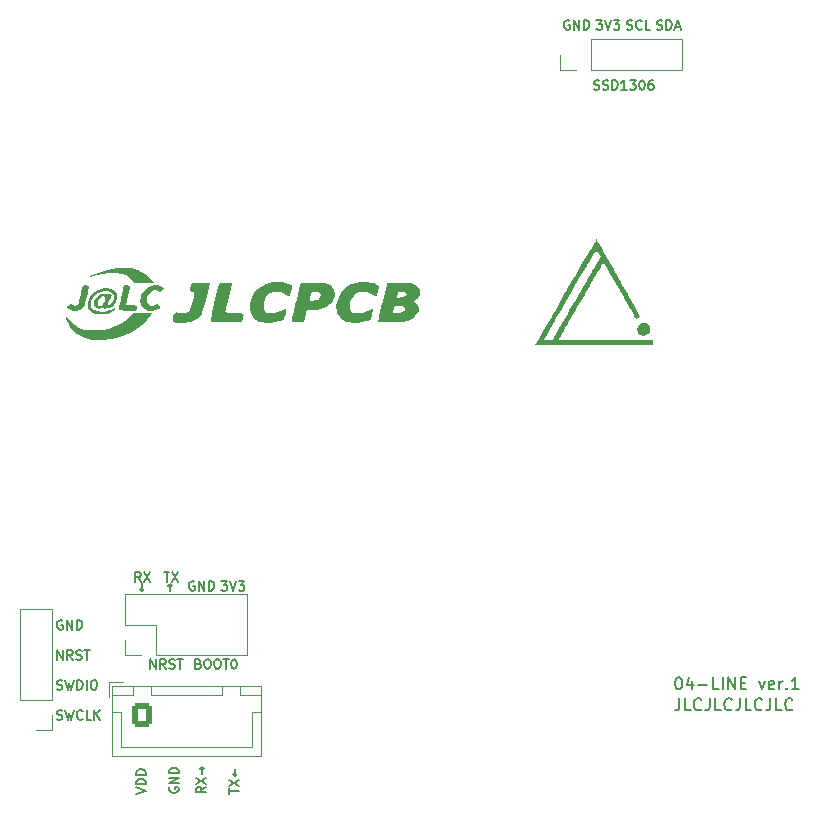
<source format=gbr>
%TF.GenerationSoftware,KiCad,Pcbnew,7.0.9*%
%TF.CreationDate,2024-05-07T12:38:31+09:00*%
%TF.ProjectId,04-line,30342d6c-696e-4652-9e6b-696361645f70,rev?*%
%TF.SameCoordinates,Original*%
%TF.FileFunction,Legend,Top*%
%TF.FilePolarity,Positive*%
%FSLAX46Y46*%
G04 Gerber Fmt 4.6, Leading zero omitted, Abs format (unit mm)*
G04 Created by KiCad (PCBNEW 7.0.9) date 2024-05-07 12:38:31*
%MOMM*%
%LPD*%
G01*
G04 APERTURE LIST*
G04 Aperture macros list*
%AMRoundRect*
0 Rectangle with rounded corners*
0 $1 Rounding radius*
0 $2 $3 $4 $5 $6 $7 $8 $9 X,Y pos of 4 corners*
0 Add a 4 corners polygon primitive as box body*
4,1,4,$2,$3,$4,$5,$6,$7,$8,$9,$2,$3,0*
0 Add four circle primitives for the rounded corners*
1,1,$1+$1,$2,$3*
1,1,$1+$1,$4,$5*
1,1,$1+$1,$6,$7*
1,1,$1+$1,$8,$9*
0 Add four rect primitives between the rounded corners*
20,1,$1+$1,$2,$3,$4,$5,0*
20,1,$1+$1,$4,$5,$6,$7,0*
20,1,$1+$1,$6,$7,$8,$9,0*
20,1,$1+$1,$8,$9,$2,$3,0*%
G04 Aperture macros list end*
%ADD10C,0.150000*%
%ADD11C,0.120000*%
%ADD12R,1.700000X1.700000*%
%ADD13O,1.700000X1.700000*%
%ADD14RoundRect,0.250000X-0.600000X-0.725000X0.600000X-0.725000X0.600000X0.725000X-0.600000X0.725000X0*%
%ADD15O,1.700000X1.950000*%
%ADD16C,1.524000*%
G04 APERTURE END LIST*
D10*
X106540493Y-130695819D02*
X106540493Y-131410104D01*
X106540493Y-131410104D02*
X106492874Y-131552961D01*
X106492874Y-131552961D02*
X106397636Y-131648200D01*
X106397636Y-131648200D02*
X106254779Y-131695819D01*
X106254779Y-131695819D02*
X106159541Y-131695819D01*
X107492874Y-131695819D02*
X107016684Y-131695819D01*
X107016684Y-131695819D02*
X107016684Y-130695819D01*
X108397636Y-131600580D02*
X108350017Y-131648200D01*
X108350017Y-131648200D02*
X108207160Y-131695819D01*
X108207160Y-131695819D02*
X108111922Y-131695819D01*
X108111922Y-131695819D02*
X107969065Y-131648200D01*
X107969065Y-131648200D02*
X107873827Y-131552961D01*
X107873827Y-131552961D02*
X107826208Y-131457723D01*
X107826208Y-131457723D02*
X107778589Y-131267247D01*
X107778589Y-131267247D02*
X107778589Y-131124390D01*
X107778589Y-131124390D02*
X107826208Y-130933914D01*
X107826208Y-130933914D02*
X107873827Y-130838676D01*
X107873827Y-130838676D02*
X107969065Y-130743438D01*
X107969065Y-130743438D02*
X108111922Y-130695819D01*
X108111922Y-130695819D02*
X108207160Y-130695819D01*
X108207160Y-130695819D02*
X108350017Y-130743438D01*
X108350017Y-130743438D02*
X108397636Y-130791057D01*
X109111922Y-130695819D02*
X109111922Y-131410104D01*
X109111922Y-131410104D02*
X109064303Y-131552961D01*
X109064303Y-131552961D02*
X108969065Y-131648200D01*
X108969065Y-131648200D02*
X108826208Y-131695819D01*
X108826208Y-131695819D02*
X108730970Y-131695819D01*
X110064303Y-131695819D02*
X109588113Y-131695819D01*
X109588113Y-131695819D02*
X109588113Y-130695819D01*
X110969065Y-131600580D02*
X110921446Y-131648200D01*
X110921446Y-131648200D02*
X110778589Y-131695819D01*
X110778589Y-131695819D02*
X110683351Y-131695819D01*
X110683351Y-131695819D02*
X110540494Y-131648200D01*
X110540494Y-131648200D02*
X110445256Y-131552961D01*
X110445256Y-131552961D02*
X110397637Y-131457723D01*
X110397637Y-131457723D02*
X110350018Y-131267247D01*
X110350018Y-131267247D02*
X110350018Y-131124390D01*
X110350018Y-131124390D02*
X110397637Y-130933914D01*
X110397637Y-130933914D02*
X110445256Y-130838676D01*
X110445256Y-130838676D02*
X110540494Y-130743438D01*
X110540494Y-130743438D02*
X110683351Y-130695819D01*
X110683351Y-130695819D02*
X110778589Y-130695819D01*
X110778589Y-130695819D02*
X110921446Y-130743438D01*
X110921446Y-130743438D02*
X110969065Y-130791057D01*
X111683351Y-130695819D02*
X111683351Y-131410104D01*
X111683351Y-131410104D02*
X111635732Y-131552961D01*
X111635732Y-131552961D02*
X111540494Y-131648200D01*
X111540494Y-131648200D02*
X111397637Y-131695819D01*
X111397637Y-131695819D02*
X111302399Y-131695819D01*
X112635732Y-131695819D02*
X112159542Y-131695819D01*
X112159542Y-131695819D02*
X112159542Y-130695819D01*
X113540494Y-131600580D02*
X113492875Y-131648200D01*
X113492875Y-131648200D02*
X113350018Y-131695819D01*
X113350018Y-131695819D02*
X113254780Y-131695819D01*
X113254780Y-131695819D02*
X113111923Y-131648200D01*
X113111923Y-131648200D02*
X113016685Y-131552961D01*
X113016685Y-131552961D02*
X112969066Y-131457723D01*
X112969066Y-131457723D02*
X112921447Y-131267247D01*
X112921447Y-131267247D02*
X112921447Y-131124390D01*
X112921447Y-131124390D02*
X112969066Y-130933914D01*
X112969066Y-130933914D02*
X113016685Y-130838676D01*
X113016685Y-130838676D02*
X113111923Y-130743438D01*
X113111923Y-130743438D02*
X113254780Y-130695819D01*
X113254780Y-130695819D02*
X113350018Y-130695819D01*
X113350018Y-130695819D02*
X113492875Y-130743438D01*
X113492875Y-130743438D02*
X113540494Y-130791057D01*
X114254780Y-130695819D02*
X114254780Y-131410104D01*
X114254780Y-131410104D02*
X114207161Y-131552961D01*
X114207161Y-131552961D02*
X114111923Y-131648200D01*
X114111923Y-131648200D02*
X113969066Y-131695819D01*
X113969066Y-131695819D02*
X113873828Y-131695819D01*
X115207161Y-131695819D02*
X114730971Y-131695819D01*
X114730971Y-131695819D02*
X114730971Y-130695819D01*
X116111923Y-131600580D02*
X116064304Y-131648200D01*
X116064304Y-131648200D02*
X115921447Y-131695819D01*
X115921447Y-131695819D02*
X115826209Y-131695819D01*
X115826209Y-131695819D02*
X115683352Y-131648200D01*
X115683352Y-131648200D02*
X115588114Y-131552961D01*
X115588114Y-131552961D02*
X115540495Y-131457723D01*
X115540495Y-131457723D02*
X115492876Y-131267247D01*
X115492876Y-131267247D02*
X115492876Y-131124390D01*
X115492876Y-131124390D02*
X115540495Y-130933914D01*
X115540495Y-130933914D02*
X115588114Y-130838676D01*
X115588114Y-130838676D02*
X115683352Y-130743438D01*
X115683352Y-130743438D02*
X115826209Y-130695819D01*
X115826209Y-130695819D02*
X115921447Y-130695819D01*
X115921447Y-130695819D02*
X116064304Y-130743438D01*
X116064304Y-130743438D02*
X116111923Y-130791057D01*
X106445255Y-128917819D02*
X106540493Y-128917819D01*
X106540493Y-128917819D02*
X106635731Y-128965438D01*
X106635731Y-128965438D02*
X106683350Y-129013057D01*
X106683350Y-129013057D02*
X106730969Y-129108295D01*
X106730969Y-129108295D02*
X106778588Y-129298771D01*
X106778588Y-129298771D02*
X106778588Y-129536866D01*
X106778588Y-129536866D02*
X106730969Y-129727342D01*
X106730969Y-129727342D02*
X106683350Y-129822580D01*
X106683350Y-129822580D02*
X106635731Y-129870200D01*
X106635731Y-129870200D02*
X106540493Y-129917819D01*
X106540493Y-129917819D02*
X106445255Y-129917819D01*
X106445255Y-129917819D02*
X106350017Y-129870200D01*
X106350017Y-129870200D02*
X106302398Y-129822580D01*
X106302398Y-129822580D02*
X106254779Y-129727342D01*
X106254779Y-129727342D02*
X106207160Y-129536866D01*
X106207160Y-129536866D02*
X106207160Y-129298771D01*
X106207160Y-129298771D02*
X106254779Y-129108295D01*
X106254779Y-129108295D02*
X106302398Y-129013057D01*
X106302398Y-129013057D02*
X106350017Y-128965438D01*
X106350017Y-128965438D02*
X106445255Y-128917819D01*
X107635731Y-129251152D02*
X107635731Y-129917819D01*
X107397636Y-128870200D02*
X107159541Y-129584485D01*
X107159541Y-129584485D02*
X107778588Y-129584485D01*
X108159541Y-129536866D02*
X108921446Y-129536866D01*
X109873826Y-129917819D02*
X109397636Y-129917819D01*
X109397636Y-129917819D02*
X109397636Y-128917819D01*
X110207160Y-129917819D02*
X110207160Y-128917819D01*
X110683350Y-129917819D02*
X110683350Y-128917819D01*
X110683350Y-128917819D02*
X111254778Y-129917819D01*
X111254778Y-129917819D02*
X111254778Y-128917819D01*
X111730969Y-129394009D02*
X112064302Y-129394009D01*
X112207159Y-129917819D02*
X111730969Y-129917819D01*
X111730969Y-129917819D02*
X111730969Y-128917819D01*
X111730969Y-128917819D02*
X112207159Y-128917819D01*
X113302398Y-129251152D02*
X113540493Y-129917819D01*
X113540493Y-129917819D02*
X113778588Y-129251152D01*
X114540493Y-129870200D02*
X114445255Y-129917819D01*
X114445255Y-129917819D02*
X114254779Y-129917819D01*
X114254779Y-129917819D02*
X114159541Y-129870200D01*
X114159541Y-129870200D02*
X114111922Y-129774961D01*
X114111922Y-129774961D02*
X114111922Y-129394009D01*
X114111922Y-129394009D02*
X114159541Y-129298771D01*
X114159541Y-129298771D02*
X114254779Y-129251152D01*
X114254779Y-129251152D02*
X114445255Y-129251152D01*
X114445255Y-129251152D02*
X114540493Y-129298771D01*
X114540493Y-129298771D02*
X114588112Y-129394009D01*
X114588112Y-129394009D02*
X114588112Y-129489247D01*
X114588112Y-129489247D02*
X114111922Y-129584485D01*
X115016684Y-129917819D02*
X115016684Y-129251152D01*
X115016684Y-129441628D02*
X115064303Y-129346390D01*
X115064303Y-129346390D02*
X115111922Y-129298771D01*
X115111922Y-129298771D02*
X115207160Y-129251152D01*
X115207160Y-129251152D02*
X115302398Y-129251152D01*
X115635732Y-129822580D02*
X115683351Y-129870200D01*
X115683351Y-129870200D02*
X115635732Y-129917819D01*
X115635732Y-129917819D02*
X115588113Y-129870200D01*
X115588113Y-129870200D02*
X115635732Y-129822580D01*
X115635732Y-129822580D02*
X115635732Y-129917819D01*
X116635731Y-129917819D02*
X116064303Y-129917819D01*
X116350017Y-129917819D02*
X116350017Y-128917819D01*
X116350017Y-128917819D02*
X116254779Y-129060676D01*
X116254779Y-129060676D02*
X116159541Y-129155914D01*
X116159541Y-129155914D02*
X116064303Y-129203533D01*
X53883160Y-127402295D02*
X53883160Y-126602295D01*
X53883160Y-126602295D02*
X54340303Y-127402295D01*
X54340303Y-127402295D02*
X54340303Y-126602295D01*
X55178398Y-127402295D02*
X54911731Y-127021342D01*
X54721255Y-127402295D02*
X54721255Y-126602295D01*
X54721255Y-126602295D02*
X55026017Y-126602295D01*
X55026017Y-126602295D02*
X55102207Y-126640390D01*
X55102207Y-126640390D02*
X55140302Y-126678485D01*
X55140302Y-126678485D02*
X55178398Y-126754676D01*
X55178398Y-126754676D02*
X55178398Y-126868961D01*
X55178398Y-126868961D02*
X55140302Y-126945152D01*
X55140302Y-126945152D02*
X55102207Y-126983247D01*
X55102207Y-126983247D02*
X55026017Y-127021342D01*
X55026017Y-127021342D02*
X54721255Y-127021342D01*
X55483159Y-127364200D02*
X55597445Y-127402295D01*
X55597445Y-127402295D02*
X55787921Y-127402295D01*
X55787921Y-127402295D02*
X55864112Y-127364200D01*
X55864112Y-127364200D02*
X55902207Y-127326104D01*
X55902207Y-127326104D02*
X55940302Y-127249914D01*
X55940302Y-127249914D02*
X55940302Y-127173723D01*
X55940302Y-127173723D02*
X55902207Y-127097533D01*
X55902207Y-127097533D02*
X55864112Y-127059438D01*
X55864112Y-127059438D02*
X55787921Y-127021342D01*
X55787921Y-127021342D02*
X55635540Y-126983247D01*
X55635540Y-126983247D02*
X55559350Y-126945152D01*
X55559350Y-126945152D02*
X55521255Y-126907057D01*
X55521255Y-126907057D02*
X55483159Y-126830866D01*
X55483159Y-126830866D02*
X55483159Y-126754676D01*
X55483159Y-126754676D02*
X55521255Y-126678485D01*
X55521255Y-126678485D02*
X55559350Y-126640390D01*
X55559350Y-126640390D02*
X55635540Y-126602295D01*
X55635540Y-126602295D02*
X55826017Y-126602295D01*
X55826017Y-126602295D02*
X55940302Y-126640390D01*
X56168874Y-126602295D02*
X56626017Y-126602295D01*
X56397445Y-127402295D02*
X56397445Y-126602295D01*
X60562295Y-138763125D02*
X61362295Y-138496458D01*
X61362295Y-138496458D02*
X60562295Y-138229792D01*
X61362295Y-137963125D02*
X60562295Y-137963125D01*
X60562295Y-137963125D02*
X60562295Y-137772649D01*
X60562295Y-137772649D02*
X60600390Y-137658363D01*
X60600390Y-137658363D02*
X60676580Y-137582173D01*
X60676580Y-137582173D02*
X60752771Y-137544078D01*
X60752771Y-137544078D02*
X60905152Y-137505982D01*
X60905152Y-137505982D02*
X61019438Y-137505982D01*
X61019438Y-137505982D02*
X61171819Y-137544078D01*
X61171819Y-137544078D02*
X61248009Y-137582173D01*
X61248009Y-137582173D02*
X61324200Y-137658363D01*
X61324200Y-137658363D02*
X61362295Y-137772649D01*
X61362295Y-137772649D02*
X61362295Y-137963125D01*
X61362295Y-137163125D02*
X60562295Y-137163125D01*
X60562295Y-137163125D02*
X60562295Y-136972649D01*
X60562295Y-136972649D02*
X60600390Y-136858363D01*
X60600390Y-136858363D02*
X60676580Y-136782173D01*
X60676580Y-136782173D02*
X60752771Y-136744078D01*
X60752771Y-136744078D02*
X60905152Y-136705982D01*
X60905152Y-136705982D02*
X61019438Y-136705982D01*
X61019438Y-136705982D02*
X61171819Y-136744078D01*
X61171819Y-136744078D02*
X61248009Y-136782173D01*
X61248009Y-136782173D02*
X61324200Y-136858363D01*
X61324200Y-136858363D02*
X61362295Y-136972649D01*
X61362295Y-136972649D02*
X61362295Y-137163125D01*
X66442295Y-138191696D02*
X66061342Y-138458363D01*
X66442295Y-138648839D02*
X65642295Y-138648839D01*
X65642295Y-138648839D02*
X65642295Y-138344077D01*
X65642295Y-138344077D02*
X65680390Y-138267887D01*
X65680390Y-138267887D02*
X65718485Y-138229792D01*
X65718485Y-138229792D02*
X65794676Y-138191696D01*
X65794676Y-138191696D02*
X65908961Y-138191696D01*
X65908961Y-138191696D02*
X65985152Y-138229792D01*
X65985152Y-138229792D02*
X66023247Y-138267887D01*
X66023247Y-138267887D02*
X66061342Y-138344077D01*
X66061342Y-138344077D02*
X66061342Y-138648839D01*
X65642295Y-137925030D02*
X66442295Y-137391696D01*
X65642295Y-137391696D02*
X66442295Y-137925030D01*
X66137533Y-137086934D02*
X66137533Y-136477411D01*
X66289914Y-136629791D02*
X66137533Y-136477411D01*
X66137533Y-136477411D02*
X65985152Y-136629791D01*
X60944303Y-120798295D02*
X60677636Y-120417342D01*
X60487160Y-120798295D02*
X60487160Y-119998295D01*
X60487160Y-119998295D02*
X60791922Y-119998295D01*
X60791922Y-119998295D02*
X60868112Y-120036390D01*
X60868112Y-120036390D02*
X60906207Y-120074485D01*
X60906207Y-120074485D02*
X60944303Y-120150676D01*
X60944303Y-120150676D02*
X60944303Y-120264961D01*
X60944303Y-120264961D02*
X60906207Y-120341152D01*
X60906207Y-120341152D02*
X60868112Y-120379247D01*
X60868112Y-120379247D02*
X60791922Y-120417342D01*
X60791922Y-120417342D02*
X60487160Y-120417342D01*
X61210969Y-119998295D02*
X61744303Y-120798295D01*
X61744303Y-119998295D02*
X61210969Y-120798295D01*
X54302207Y-124100390D02*
X54226017Y-124062295D01*
X54226017Y-124062295D02*
X54111731Y-124062295D01*
X54111731Y-124062295D02*
X53997445Y-124100390D01*
X53997445Y-124100390D02*
X53921255Y-124176580D01*
X53921255Y-124176580D02*
X53883160Y-124252771D01*
X53883160Y-124252771D02*
X53845064Y-124405152D01*
X53845064Y-124405152D02*
X53845064Y-124519438D01*
X53845064Y-124519438D02*
X53883160Y-124671819D01*
X53883160Y-124671819D02*
X53921255Y-124748009D01*
X53921255Y-124748009D02*
X53997445Y-124824200D01*
X53997445Y-124824200D02*
X54111731Y-124862295D01*
X54111731Y-124862295D02*
X54187922Y-124862295D01*
X54187922Y-124862295D02*
X54302207Y-124824200D01*
X54302207Y-124824200D02*
X54340303Y-124786104D01*
X54340303Y-124786104D02*
X54340303Y-124519438D01*
X54340303Y-124519438D02*
X54187922Y-124519438D01*
X54683160Y-124862295D02*
X54683160Y-124062295D01*
X54683160Y-124062295D02*
X55140303Y-124862295D01*
X55140303Y-124862295D02*
X55140303Y-124062295D01*
X55521255Y-124862295D02*
X55521255Y-124062295D01*
X55521255Y-124062295D02*
X55711731Y-124062295D01*
X55711731Y-124062295D02*
X55826017Y-124100390D01*
X55826017Y-124100390D02*
X55902207Y-124176580D01*
X55902207Y-124176580D02*
X55940302Y-124252771D01*
X55940302Y-124252771D02*
X55978398Y-124405152D01*
X55978398Y-124405152D02*
X55978398Y-124519438D01*
X55978398Y-124519438D02*
X55940302Y-124671819D01*
X55940302Y-124671819D02*
X55902207Y-124748009D01*
X55902207Y-124748009D02*
X55826017Y-124824200D01*
X55826017Y-124824200D02*
X55711731Y-124862295D01*
X55711731Y-124862295D02*
X55521255Y-124862295D01*
X67776969Y-120760295D02*
X68272207Y-120760295D01*
X68272207Y-120760295D02*
X68005541Y-121065057D01*
X68005541Y-121065057D02*
X68119826Y-121065057D01*
X68119826Y-121065057D02*
X68196017Y-121103152D01*
X68196017Y-121103152D02*
X68234112Y-121141247D01*
X68234112Y-121141247D02*
X68272207Y-121217438D01*
X68272207Y-121217438D02*
X68272207Y-121407914D01*
X68272207Y-121407914D02*
X68234112Y-121484104D01*
X68234112Y-121484104D02*
X68196017Y-121522200D01*
X68196017Y-121522200D02*
X68119826Y-121560295D01*
X68119826Y-121560295D02*
X67891255Y-121560295D01*
X67891255Y-121560295D02*
X67815064Y-121522200D01*
X67815064Y-121522200D02*
X67776969Y-121484104D01*
X68500779Y-120760295D02*
X68767446Y-121560295D01*
X68767446Y-121560295D02*
X69034112Y-120760295D01*
X69224588Y-120760295D02*
X69719826Y-120760295D01*
X69719826Y-120760295D02*
X69453160Y-121065057D01*
X69453160Y-121065057D02*
X69567445Y-121065057D01*
X69567445Y-121065057D02*
X69643636Y-121103152D01*
X69643636Y-121103152D02*
X69681731Y-121141247D01*
X69681731Y-121141247D02*
X69719826Y-121217438D01*
X69719826Y-121217438D02*
X69719826Y-121407914D01*
X69719826Y-121407914D02*
X69681731Y-121484104D01*
X69681731Y-121484104D02*
X69643636Y-121522200D01*
X69643636Y-121522200D02*
X69567445Y-121560295D01*
X69567445Y-121560295D02*
X69338874Y-121560295D01*
X69338874Y-121560295D02*
X69262683Y-121522200D01*
X69262683Y-121522200D02*
X69224588Y-121484104D01*
X68436295Y-138763125D02*
X68436295Y-138305982D01*
X69236295Y-138534554D02*
X68436295Y-138534554D01*
X68436295Y-138115506D02*
X69236295Y-137582172D01*
X68436295Y-137582172D02*
X69236295Y-138115506D01*
X68931533Y-136667887D02*
X68931533Y-137277410D01*
X69083914Y-137125029D02*
X68931533Y-137277410D01*
X68931533Y-137277410D02*
X68779152Y-137125029D01*
X102105064Y-74024200D02*
X102219350Y-74062295D01*
X102219350Y-74062295D02*
X102409826Y-74062295D01*
X102409826Y-74062295D02*
X102486017Y-74024200D01*
X102486017Y-74024200D02*
X102524112Y-73986104D01*
X102524112Y-73986104D02*
X102562207Y-73909914D01*
X102562207Y-73909914D02*
X102562207Y-73833723D01*
X102562207Y-73833723D02*
X102524112Y-73757533D01*
X102524112Y-73757533D02*
X102486017Y-73719438D01*
X102486017Y-73719438D02*
X102409826Y-73681342D01*
X102409826Y-73681342D02*
X102257445Y-73643247D01*
X102257445Y-73643247D02*
X102181255Y-73605152D01*
X102181255Y-73605152D02*
X102143160Y-73567057D01*
X102143160Y-73567057D02*
X102105064Y-73490866D01*
X102105064Y-73490866D02*
X102105064Y-73414676D01*
X102105064Y-73414676D02*
X102143160Y-73338485D01*
X102143160Y-73338485D02*
X102181255Y-73300390D01*
X102181255Y-73300390D02*
X102257445Y-73262295D01*
X102257445Y-73262295D02*
X102447922Y-73262295D01*
X102447922Y-73262295D02*
X102562207Y-73300390D01*
X103362208Y-73986104D02*
X103324112Y-74024200D01*
X103324112Y-74024200D02*
X103209827Y-74062295D01*
X103209827Y-74062295D02*
X103133636Y-74062295D01*
X103133636Y-74062295D02*
X103019350Y-74024200D01*
X103019350Y-74024200D02*
X102943160Y-73948009D01*
X102943160Y-73948009D02*
X102905065Y-73871819D01*
X102905065Y-73871819D02*
X102866969Y-73719438D01*
X102866969Y-73719438D02*
X102866969Y-73605152D01*
X102866969Y-73605152D02*
X102905065Y-73452771D01*
X102905065Y-73452771D02*
X102943160Y-73376580D01*
X102943160Y-73376580D02*
X103019350Y-73300390D01*
X103019350Y-73300390D02*
X103133636Y-73262295D01*
X103133636Y-73262295D02*
X103209827Y-73262295D01*
X103209827Y-73262295D02*
X103324112Y-73300390D01*
X103324112Y-73300390D02*
X103362208Y-73338485D01*
X104086017Y-74062295D02*
X103705065Y-74062295D01*
X103705065Y-74062295D02*
X103705065Y-73262295D01*
X53845064Y-132444200D02*
X53959350Y-132482295D01*
X53959350Y-132482295D02*
X54149826Y-132482295D01*
X54149826Y-132482295D02*
X54226017Y-132444200D01*
X54226017Y-132444200D02*
X54264112Y-132406104D01*
X54264112Y-132406104D02*
X54302207Y-132329914D01*
X54302207Y-132329914D02*
X54302207Y-132253723D01*
X54302207Y-132253723D02*
X54264112Y-132177533D01*
X54264112Y-132177533D02*
X54226017Y-132139438D01*
X54226017Y-132139438D02*
X54149826Y-132101342D01*
X54149826Y-132101342D02*
X53997445Y-132063247D01*
X53997445Y-132063247D02*
X53921255Y-132025152D01*
X53921255Y-132025152D02*
X53883160Y-131987057D01*
X53883160Y-131987057D02*
X53845064Y-131910866D01*
X53845064Y-131910866D02*
X53845064Y-131834676D01*
X53845064Y-131834676D02*
X53883160Y-131758485D01*
X53883160Y-131758485D02*
X53921255Y-131720390D01*
X53921255Y-131720390D02*
X53997445Y-131682295D01*
X53997445Y-131682295D02*
X54187922Y-131682295D01*
X54187922Y-131682295D02*
X54302207Y-131720390D01*
X54568874Y-131682295D02*
X54759350Y-132482295D01*
X54759350Y-132482295D02*
X54911731Y-131910866D01*
X54911731Y-131910866D02*
X55064112Y-132482295D01*
X55064112Y-132482295D02*
X55254589Y-131682295D01*
X56016494Y-132406104D02*
X55978398Y-132444200D01*
X55978398Y-132444200D02*
X55864113Y-132482295D01*
X55864113Y-132482295D02*
X55787922Y-132482295D01*
X55787922Y-132482295D02*
X55673636Y-132444200D01*
X55673636Y-132444200D02*
X55597446Y-132368009D01*
X55597446Y-132368009D02*
X55559351Y-132291819D01*
X55559351Y-132291819D02*
X55521255Y-132139438D01*
X55521255Y-132139438D02*
X55521255Y-132025152D01*
X55521255Y-132025152D02*
X55559351Y-131872771D01*
X55559351Y-131872771D02*
X55597446Y-131796580D01*
X55597446Y-131796580D02*
X55673636Y-131720390D01*
X55673636Y-131720390D02*
X55787922Y-131682295D01*
X55787922Y-131682295D02*
X55864113Y-131682295D01*
X55864113Y-131682295D02*
X55978398Y-131720390D01*
X55978398Y-131720390D02*
X56016494Y-131758485D01*
X56740303Y-132482295D02*
X56359351Y-132482295D01*
X56359351Y-132482295D02*
X56359351Y-131682295D01*
X57006970Y-132482295D02*
X57006970Y-131682295D01*
X57464113Y-132482295D02*
X57121255Y-132025152D01*
X57464113Y-131682295D02*
X57006970Y-132139438D01*
X63394390Y-138229792D02*
X63356295Y-138305982D01*
X63356295Y-138305982D02*
X63356295Y-138420268D01*
X63356295Y-138420268D02*
X63394390Y-138534554D01*
X63394390Y-138534554D02*
X63470580Y-138610744D01*
X63470580Y-138610744D02*
X63546771Y-138648839D01*
X63546771Y-138648839D02*
X63699152Y-138686935D01*
X63699152Y-138686935D02*
X63813438Y-138686935D01*
X63813438Y-138686935D02*
X63965819Y-138648839D01*
X63965819Y-138648839D02*
X64042009Y-138610744D01*
X64042009Y-138610744D02*
X64118200Y-138534554D01*
X64118200Y-138534554D02*
X64156295Y-138420268D01*
X64156295Y-138420268D02*
X64156295Y-138344077D01*
X64156295Y-138344077D02*
X64118200Y-138229792D01*
X64118200Y-138229792D02*
X64080104Y-138191696D01*
X64080104Y-138191696D02*
X63813438Y-138191696D01*
X63813438Y-138191696D02*
X63813438Y-138344077D01*
X64156295Y-137848839D02*
X63356295Y-137848839D01*
X63356295Y-137848839D02*
X64156295Y-137391696D01*
X64156295Y-137391696D02*
X63356295Y-137391696D01*
X64156295Y-137010744D02*
X63356295Y-137010744D01*
X63356295Y-137010744D02*
X63356295Y-136820268D01*
X63356295Y-136820268D02*
X63394390Y-136705982D01*
X63394390Y-136705982D02*
X63470580Y-136629792D01*
X63470580Y-136629792D02*
X63546771Y-136591697D01*
X63546771Y-136591697D02*
X63699152Y-136553601D01*
X63699152Y-136553601D02*
X63813438Y-136553601D01*
X63813438Y-136553601D02*
X63965819Y-136591697D01*
X63965819Y-136591697D02*
X64042009Y-136629792D01*
X64042009Y-136629792D02*
X64118200Y-136705982D01*
X64118200Y-136705982D02*
X64156295Y-136820268D01*
X64156295Y-136820268D02*
X64156295Y-137010744D01*
X63414077Y-121619228D02*
X63414077Y-121009704D01*
X63261696Y-121162085D02*
X63414077Y-121009704D01*
X63414077Y-121009704D02*
X63566458Y-121162085D01*
X61045922Y-120950771D02*
X61045922Y-121560295D01*
X61198303Y-121407914D02*
X61045922Y-121560295D01*
X61045922Y-121560295D02*
X60893541Y-121407914D01*
X53845064Y-129904200D02*
X53959350Y-129942295D01*
X53959350Y-129942295D02*
X54149826Y-129942295D01*
X54149826Y-129942295D02*
X54226017Y-129904200D01*
X54226017Y-129904200D02*
X54264112Y-129866104D01*
X54264112Y-129866104D02*
X54302207Y-129789914D01*
X54302207Y-129789914D02*
X54302207Y-129713723D01*
X54302207Y-129713723D02*
X54264112Y-129637533D01*
X54264112Y-129637533D02*
X54226017Y-129599438D01*
X54226017Y-129599438D02*
X54149826Y-129561342D01*
X54149826Y-129561342D02*
X53997445Y-129523247D01*
X53997445Y-129523247D02*
X53921255Y-129485152D01*
X53921255Y-129485152D02*
X53883160Y-129447057D01*
X53883160Y-129447057D02*
X53845064Y-129370866D01*
X53845064Y-129370866D02*
X53845064Y-129294676D01*
X53845064Y-129294676D02*
X53883160Y-129218485D01*
X53883160Y-129218485D02*
X53921255Y-129180390D01*
X53921255Y-129180390D02*
X53997445Y-129142295D01*
X53997445Y-129142295D02*
X54187922Y-129142295D01*
X54187922Y-129142295D02*
X54302207Y-129180390D01*
X54568874Y-129142295D02*
X54759350Y-129942295D01*
X54759350Y-129942295D02*
X54911731Y-129370866D01*
X54911731Y-129370866D02*
X55064112Y-129942295D01*
X55064112Y-129942295D02*
X55254589Y-129142295D01*
X55559351Y-129942295D02*
X55559351Y-129142295D01*
X55559351Y-129142295D02*
X55749827Y-129142295D01*
X55749827Y-129142295D02*
X55864113Y-129180390D01*
X55864113Y-129180390D02*
X55940303Y-129256580D01*
X55940303Y-129256580D02*
X55978398Y-129332771D01*
X55978398Y-129332771D02*
X56016494Y-129485152D01*
X56016494Y-129485152D02*
X56016494Y-129599438D01*
X56016494Y-129599438D02*
X55978398Y-129751819D01*
X55978398Y-129751819D02*
X55940303Y-129828009D01*
X55940303Y-129828009D02*
X55864113Y-129904200D01*
X55864113Y-129904200D02*
X55749827Y-129942295D01*
X55749827Y-129942295D02*
X55559351Y-129942295D01*
X56359351Y-129942295D02*
X56359351Y-129142295D01*
X56892684Y-129142295D02*
X57045065Y-129142295D01*
X57045065Y-129142295D02*
X57121255Y-129180390D01*
X57121255Y-129180390D02*
X57197446Y-129256580D01*
X57197446Y-129256580D02*
X57235541Y-129408961D01*
X57235541Y-129408961D02*
X57235541Y-129675628D01*
X57235541Y-129675628D02*
X57197446Y-129828009D01*
X57197446Y-129828009D02*
X57121255Y-129904200D01*
X57121255Y-129904200D02*
X57045065Y-129942295D01*
X57045065Y-129942295D02*
X56892684Y-129942295D01*
X56892684Y-129942295D02*
X56816493Y-129904200D01*
X56816493Y-129904200D02*
X56740303Y-129828009D01*
X56740303Y-129828009D02*
X56702207Y-129675628D01*
X56702207Y-129675628D02*
X56702207Y-129408961D01*
X56702207Y-129408961D02*
X56740303Y-129256580D01*
X56740303Y-129256580D02*
X56816493Y-129180390D01*
X56816493Y-129180390D02*
X56892684Y-129142295D01*
X65478207Y-120798390D02*
X65402017Y-120760295D01*
X65402017Y-120760295D02*
X65287731Y-120760295D01*
X65287731Y-120760295D02*
X65173445Y-120798390D01*
X65173445Y-120798390D02*
X65097255Y-120874580D01*
X65097255Y-120874580D02*
X65059160Y-120950771D01*
X65059160Y-120950771D02*
X65021064Y-121103152D01*
X65021064Y-121103152D02*
X65021064Y-121217438D01*
X65021064Y-121217438D02*
X65059160Y-121369819D01*
X65059160Y-121369819D02*
X65097255Y-121446009D01*
X65097255Y-121446009D02*
X65173445Y-121522200D01*
X65173445Y-121522200D02*
X65287731Y-121560295D01*
X65287731Y-121560295D02*
X65363922Y-121560295D01*
X65363922Y-121560295D02*
X65478207Y-121522200D01*
X65478207Y-121522200D02*
X65516303Y-121484104D01*
X65516303Y-121484104D02*
X65516303Y-121217438D01*
X65516303Y-121217438D02*
X65363922Y-121217438D01*
X65859160Y-121560295D02*
X65859160Y-120760295D01*
X65859160Y-120760295D02*
X66316303Y-121560295D01*
X66316303Y-121560295D02*
X66316303Y-120760295D01*
X66697255Y-121560295D02*
X66697255Y-120760295D01*
X66697255Y-120760295D02*
X66887731Y-120760295D01*
X66887731Y-120760295D02*
X67002017Y-120798390D01*
X67002017Y-120798390D02*
X67078207Y-120874580D01*
X67078207Y-120874580D02*
X67116302Y-120950771D01*
X67116302Y-120950771D02*
X67154398Y-121103152D01*
X67154398Y-121103152D02*
X67154398Y-121217438D01*
X67154398Y-121217438D02*
X67116302Y-121369819D01*
X67116302Y-121369819D02*
X67078207Y-121446009D01*
X67078207Y-121446009D02*
X67002017Y-121522200D01*
X67002017Y-121522200D02*
X66887731Y-121560295D01*
X66887731Y-121560295D02*
X66697255Y-121560295D01*
X62912874Y-119998295D02*
X63370017Y-119998295D01*
X63141445Y-120798295D02*
X63141445Y-119998295D01*
X63560493Y-119998295D02*
X64093827Y-120798295D01*
X64093827Y-119998295D02*
X63560493Y-120798295D01*
X65833826Y-127745247D02*
X65948112Y-127783342D01*
X65948112Y-127783342D02*
X65986207Y-127821438D01*
X65986207Y-127821438D02*
X66024303Y-127897628D01*
X66024303Y-127897628D02*
X66024303Y-128011914D01*
X66024303Y-128011914D02*
X65986207Y-128088104D01*
X65986207Y-128088104D02*
X65948112Y-128126200D01*
X65948112Y-128126200D02*
X65871922Y-128164295D01*
X65871922Y-128164295D02*
X65567160Y-128164295D01*
X65567160Y-128164295D02*
X65567160Y-127364295D01*
X65567160Y-127364295D02*
X65833826Y-127364295D01*
X65833826Y-127364295D02*
X65910017Y-127402390D01*
X65910017Y-127402390D02*
X65948112Y-127440485D01*
X65948112Y-127440485D02*
X65986207Y-127516676D01*
X65986207Y-127516676D02*
X65986207Y-127592866D01*
X65986207Y-127592866D02*
X65948112Y-127669057D01*
X65948112Y-127669057D02*
X65910017Y-127707152D01*
X65910017Y-127707152D02*
X65833826Y-127745247D01*
X65833826Y-127745247D02*
X65567160Y-127745247D01*
X66519541Y-127364295D02*
X66671922Y-127364295D01*
X66671922Y-127364295D02*
X66748112Y-127402390D01*
X66748112Y-127402390D02*
X66824303Y-127478580D01*
X66824303Y-127478580D02*
X66862398Y-127630961D01*
X66862398Y-127630961D02*
X66862398Y-127897628D01*
X66862398Y-127897628D02*
X66824303Y-128050009D01*
X66824303Y-128050009D02*
X66748112Y-128126200D01*
X66748112Y-128126200D02*
X66671922Y-128164295D01*
X66671922Y-128164295D02*
X66519541Y-128164295D01*
X66519541Y-128164295D02*
X66443350Y-128126200D01*
X66443350Y-128126200D02*
X66367160Y-128050009D01*
X66367160Y-128050009D02*
X66329064Y-127897628D01*
X66329064Y-127897628D02*
X66329064Y-127630961D01*
X66329064Y-127630961D02*
X66367160Y-127478580D01*
X66367160Y-127478580D02*
X66443350Y-127402390D01*
X66443350Y-127402390D02*
X66519541Y-127364295D01*
X67357636Y-127364295D02*
X67510017Y-127364295D01*
X67510017Y-127364295D02*
X67586207Y-127402390D01*
X67586207Y-127402390D02*
X67662398Y-127478580D01*
X67662398Y-127478580D02*
X67700493Y-127630961D01*
X67700493Y-127630961D02*
X67700493Y-127897628D01*
X67700493Y-127897628D02*
X67662398Y-128050009D01*
X67662398Y-128050009D02*
X67586207Y-128126200D01*
X67586207Y-128126200D02*
X67510017Y-128164295D01*
X67510017Y-128164295D02*
X67357636Y-128164295D01*
X67357636Y-128164295D02*
X67281445Y-128126200D01*
X67281445Y-128126200D02*
X67205255Y-128050009D01*
X67205255Y-128050009D02*
X67167159Y-127897628D01*
X67167159Y-127897628D02*
X67167159Y-127630961D01*
X67167159Y-127630961D02*
X67205255Y-127478580D01*
X67205255Y-127478580D02*
X67281445Y-127402390D01*
X67281445Y-127402390D02*
X67357636Y-127364295D01*
X67929064Y-127364295D02*
X68386207Y-127364295D01*
X68157635Y-128164295D02*
X68157635Y-127364295D01*
X68805255Y-127364295D02*
X68881445Y-127364295D01*
X68881445Y-127364295D02*
X68957636Y-127402390D01*
X68957636Y-127402390D02*
X68995731Y-127440485D01*
X68995731Y-127440485D02*
X69033826Y-127516676D01*
X69033826Y-127516676D02*
X69071921Y-127669057D01*
X69071921Y-127669057D02*
X69071921Y-127859533D01*
X69071921Y-127859533D02*
X69033826Y-128011914D01*
X69033826Y-128011914D02*
X68995731Y-128088104D01*
X68995731Y-128088104D02*
X68957636Y-128126200D01*
X68957636Y-128126200D02*
X68881445Y-128164295D01*
X68881445Y-128164295D02*
X68805255Y-128164295D01*
X68805255Y-128164295D02*
X68729064Y-128126200D01*
X68729064Y-128126200D02*
X68690969Y-128088104D01*
X68690969Y-128088104D02*
X68652874Y-128011914D01*
X68652874Y-128011914D02*
X68614778Y-127859533D01*
X68614778Y-127859533D02*
X68614778Y-127669057D01*
X68614778Y-127669057D02*
X68652874Y-127516676D01*
X68652874Y-127516676D02*
X68690969Y-127440485D01*
X68690969Y-127440485D02*
X68729064Y-127402390D01*
X68729064Y-127402390D02*
X68805255Y-127364295D01*
X97228207Y-73300390D02*
X97152017Y-73262295D01*
X97152017Y-73262295D02*
X97037731Y-73262295D01*
X97037731Y-73262295D02*
X96923445Y-73300390D01*
X96923445Y-73300390D02*
X96847255Y-73376580D01*
X96847255Y-73376580D02*
X96809160Y-73452771D01*
X96809160Y-73452771D02*
X96771064Y-73605152D01*
X96771064Y-73605152D02*
X96771064Y-73719438D01*
X96771064Y-73719438D02*
X96809160Y-73871819D01*
X96809160Y-73871819D02*
X96847255Y-73948009D01*
X96847255Y-73948009D02*
X96923445Y-74024200D01*
X96923445Y-74024200D02*
X97037731Y-74062295D01*
X97037731Y-74062295D02*
X97113922Y-74062295D01*
X97113922Y-74062295D02*
X97228207Y-74024200D01*
X97228207Y-74024200D02*
X97266303Y-73986104D01*
X97266303Y-73986104D02*
X97266303Y-73719438D01*
X97266303Y-73719438D02*
X97113922Y-73719438D01*
X97609160Y-74062295D02*
X97609160Y-73262295D01*
X97609160Y-73262295D02*
X98066303Y-74062295D01*
X98066303Y-74062295D02*
X98066303Y-73262295D01*
X98447255Y-74062295D02*
X98447255Y-73262295D01*
X98447255Y-73262295D02*
X98637731Y-73262295D01*
X98637731Y-73262295D02*
X98752017Y-73300390D01*
X98752017Y-73300390D02*
X98828207Y-73376580D01*
X98828207Y-73376580D02*
X98866302Y-73452771D01*
X98866302Y-73452771D02*
X98904398Y-73605152D01*
X98904398Y-73605152D02*
X98904398Y-73719438D01*
X98904398Y-73719438D02*
X98866302Y-73871819D01*
X98866302Y-73871819D02*
X98828207Y-73948009D01*
X98828207Y-73948009D02*
X98752017Y-74024200D01*
X98752017Y-74024200D02*
X98637731Y-74062295D01*
X98637731Y-74062295D02*
X98447255Y-74062295D01*
X104645064Y-74024200D02*
X104759350Y-74062295D01*
X104759350Y-74062295D02*
X104949826Y-74062295D01*
X104949826Y-74062295D02*
X105026017Y-74024200D01*
X105026017Y-74024200D02*
X105064112Y-73986104D01*
X105064112Y-73986104D02*
X105102207Y-73909914D01*
X105102207Y-73909914D02*
X105102207Y-73833723D01*
X105102207Y-73833723D02*
X105064112Y-73757533D01*
X105064112Y-73757533D02*
X105026017Y-73719438D01*
X105026017Y-73719438D02*
X104949826Y-73681342D01*
X104949826Y-73681342D02*
X104797445Y-73643247D01*
X104797445Y-73643247D02*
X104721255Y-73605152D01*
X104721255Y-73605152D02*
X104683160Y-73567057D01*
X104683160Y-73567057D02*
X104645064Y-73490866D01*
X104645064Y-73490866D02*
X104645064Y-73414676D01*
X104645064Y-73414676D02*
X104683160Y-73338485D01*
X104683160Y-73338485D02*
X104721255Y-73300390D01*
X104721255Y-73300390D02*
X104797445Y-73262295D01*
X104797445Y-73262295D02*
X104987922Y-73262295D01*
X104987922Y-73262295D02*
X105102207Y-73300390D01*
X105445065Y-74062295D02*
X105445065Y-73262295D01*
X105445065Y-73262295D02*
X105635541Y-73262295D01*
X105635541Y-73262295D02*
X105749827Y-73300390D01*
X105749827Y-73300390D02*
X105826017Y-73376580D01*
X105826017Y-73376580D02*
X105864112Y-73452771D01*
X105864112Y-73452771D02*
X105902208Y-73605152D01*
X105902208Y-73605152D02*
X105902208Y-73719438D01*
X105902208Y-73719438D02*
X105864112Y-73871819D01*
X105864112Y-73871819D02*
X105826017Y-73948009D01*
X105826017Y-73948009D02*
X105749827Y-74024200D01*
X105749827Y-74024200D02*
X105635541Y-74062295D01*
X105635541Y-74062295D02*
X105445065Y-74062295D01*
X106206969Y-73833723D02*
X106587922Y-73833723D01*
X106130779Y-74062295D02*
X106397446Y-73262295D01*
X106397446Y-73262295D02*
X106664112Y-74062295D01*
X99526969Y-73262295D02*
X100022207Y-73262295D01*
X100022207Y-73262295D02*
X99755541Y-73567057D01*
X99755541Y-73567057D02*
X99869826Y-73567057D01*
X99869826Y-73567057D02*
X99946017Y-73605152D01*
X99946017Y-73605152D02*
X99984112Y-73643247D01*
X99984112Y-73643247D02*
X100022207Y-73719438D01*
X100022207Y-73719438D02*
X100022207Y-73909914D01*
X100022207Y-73909914D02*
X99984112Y-73986104D01*
X99984112Y-73986104D02*
X99946017Y-74024200D01*
X99946017Y-74024200D02*
X99869826Y-74062295D01*
X99869826Y-74062295D02*
X99641255Y-74062295D01*
X99641255Y-74062295D02*
X99565064Y-74024200D01*
X99565064Y-74024200D02*
X99526969Y-73986104D01*
X100250779Y-73262295D02*
X100517446Y-74062295D01*
X100517446Y-74062295D02*
X100784112Y-73262295D01*
X100974588Y-73262295D02*
X101469826Y-73262295D01*
X101469826Y-73262295D02*
X101203160Y-73567057D01*
X101203160Y-73567057D02*
X101317445Y-73567057D01*
X101317445Y-73567057D02*
X101393636Y-73605152D01*
X101393636Y-73605152D02*
X101431731Y-73643247D01*
X101431731Y-73643247D02*
X101469826Y-73719438D01*
X101469826Y-73719438D02*
X101469826Y-73909914D01*
X101469826Y-73909914D02*
X101431731Y-73986104D01*
X101431731Y-73986104D02*
X101393636Y-74024200D01*
X101393636Y-74024200D02*
X101317445Y-74062295D01*
X101317445Y-74062295D02*
X101088874Y-74062295D01*
X101088874Y-74062295D02*
X101012683Y-74024200D01*
X101012683Y-74024200D02*
X100974588Y-73986104D01*
X99311064Y-79104200D02*
X99425350Y-79142295D01*
X99425350Y-79142295D02*
X99615826Y-79142295D01*
X99615826Y-79142295D02*
X99692017Y-79104200D01*
X99692017Y-79104200D02*
X99730112Y-79066104D01*
X99730112Y-79066104D02*
X99768207Y-78989914D01*
X99768207Y-78989914D02*
X99768207Y-78913723D01*
X99768207Y-78913723D02*
X99730112Y-78837533D01*
X99730112Y-78837533D02*
X99692017Y-78799438D01*
X99692017Y-78799438D02*
X99615826Y-78761342D01*
X99615826Y-78761342D02*
X99463445Y-78723247D01*
X99463445Y-78723247D02*
X99387255Y-78685152D01*
X99387255Y-78685152D02*
X99349160Y-78647057D01*
X99349160Y-78647057D02*
X99311064Y-78570866D01*
X99311064Y-78570866D02*
X99311064Y-78494676D01*
X99311064Y-78494676D02*
X99349160Y-78418485D01*
X99349160Y-78418485D02*
X99387255Y-78380390D01*
X99387255Y-78380390D02*
X99463445Y-78342295D01*
X99463445Y-78342295D02*
X99653922Y-78342295D01*
X99653922Y-78342295D02*
X99768207Y-78380390D01*
X100072969Y-79104200D02*
X100187255Y-79142295D01*
X100187255Y-79142295D02*
X100377731Y-79142295D01*
X100377731Y-79142295D02*
X100453922Y-79104200D01*
X100453922Y-79104200D02*
X100492017Y-79066104D01*
X100492017Y-79066104D02*
X100530112Y-78989914D01*
X100530112Y-78989914D02*
X100530112Y-78913723D01*
X100530112Y-78913723D02*
X100492017Y-78837533D01*
X100492017Y-78837533D02*
X100453922Y-78799438D01*
X100453922Y-78799438D02*
X100377731Y-78761342D01*
X100377731Y-78761342D02*
X100225350Y-78723247D01*
X100225350Y-78723247D02*
X100149160Y-78685152D01*
X100149160Y-78685152D02*
X100111065Y-78647057D01*
X100111065Y-78647057D02*
X100072969Y-78570866D01*
X100072969Y-78570866D02*
X100072969Y-78494676D01*
X100072969Y-78494676D02*
X100111065Y-78418485D01*
X100111065Y-78418485D02*
X100149160Y-78380390D01*
X100149160Y-78380390D02*
X100225350Y-78342295D01*
X100225350Y-78342295D02*
X100415827Y-78342295D01*
X100415827Y-78342295D02*
X100530112Y-78380390D01*
X100872970Y-79142295D02*
X100872970Y-78342295D01*
X100872970Y-78342295D02*
X101063446Y-78342295D01*
X101063446Y-78342295D02*
X101177732Y-78380390D01*
X101177732Y-78380390D02*
X101253922Y-78456580D01*
X101253922Y-78456580D02*
X101292017Y-78532771D01*
X101292017Y-78532771D02*
X101330113Y-78685152D01*
X101330113Y-78685152D02*
X101330113Y-78799438D01*
X101330113Y-78799438D02*
X101292017Y-78951819D01*
X101292017Y-78951819D02*
X101253922Y-79028009D01*
X101253922Y-79028009D02*
X101177732Y-79104200D01*
X101177732Y-79104200D02*
X101063446Y-79142295D01*
X101063446Y-79142295D02*
X100872970Y-79142295D01*
X102092017Y-79142295D02*
X101634874Y-79142295D01*
X101863446Y-79142295D02*
X101863446Y-78342295D01*
X101863446Y-78342295D02*
X101787255Y-78456580D01*
X101787255Y-78456580D02*
X101711065Y-78532771D01*
X101711065Y-78532771D02*
X101634874Y-78570866D01*
X102358684Y-78342295D02*
X102853922Y-78342295D01*
X102853922Y-78342295D02*
X102587256Y-78647057D01*
X102587256Y-78647057D02*
X102701541Y-78647057D01*
X102701541Y-78647057D02*
X102777732Y-78685152D01*
X102777732Y-78685152D02*
X102815827Y-78723247D01*
X102815827Y-78723247D02*
X102853922Y-78799438D01*
X102853922Y-78799438D02*
X102853922Y-78989914D01*
X102853922Y-78989914D02*
X102815827Y-79066104D01*
X102815827Y-79066104D02*
X102777732Y-79104200D01*
X102777732Y-79104200D02*
X102701541Y-79142295D01*
X102701541Y-79142295D02*
X102472970Y-79142295D01*
X102472970Y-79142295D02*
X102396779Y-79104200D01*
X102396779Y-79104200D02*
X102358684Y-79066104D01*
X103349161Y-78342295D02*
X103425351Y-78342295D01*
X103425351Y-78342295D02*
X103501542Y-78380390D01*
X103501542Y-78380390D02*
X103539637Y-78418485D01*
X103539637Y-78418485D02*
X103577732Y-78494676D01*
X103577732Y-78494676D02*
X103615827Y-78647057D01*
X103615827Y-78647057D02*
X103615827Y-78837533D01*
X103615827Y-78837533D02*
X103577732Y-78989914D01*
X103577732Y-78989914D02*
X103539637Y-79066104D01*
X103539637Y-79066104D02*
X103501542Y-79104200D01*
X103501542Y-79104200D02*
X103425351Y-79142295D01*
X103425351Y-79142295D02*
X103349161Y-79142295D01*
X103349161Y-79142295D02*
X103272970Y-79104200D01*
X103272970Y-79104200D02*
X103234875Y-79066104D01*
X103234875Y-79066104D02*
X103196780Y-78989914D01*
X103196780Y-78989914D02*
X103158684Y-78837533D01*
X103158684Y-78837533D02*
X103158684Y-78647057D01*
X103158684Y-78647057D02*
X103196780Y-78494676D01*
X103196780Y-78494676D02*
X103234875Y-78418485D01*
X103234875Y-78418485D02*
X103272970Y-78380390D01*
X103272970Y-78380390D02*
X103349161Y-78342295D01*
X104301542Y-78342295D02*
X104149161Y-78342295D01*
X104149161Y-78342295D02*
X104072970Y-78380390D01*
X104072970Y-78380390D02*
X104034875Y-78418485D01*
X104034875Y-78418485D02*
X103958685Y-78532771D01*
X103958685Y-78532771D02*
X103920589Y-78685152D01*
X103920589Y-78685152D02*
X103920589Y-78989914D01*
X103920589Y-78989914D02*
X103958685Y-79066104D01*
X103958685Y-79066104D02*
X103996780Y-79104200D01*
X103996780Y-79104200D02*
X104072970Y-79142295D01*
X104072970Y-79142295D02*
X104225351Y-79142295D01*
X104225351Y-79142295D02*
X104301542Y-79104200D01*
X104301542Y-79104200D02*
X104339637Y-79066104D01*
X104339637Y-79066104D02*
X104377732Y-78989914D01*
X104377732Y-78989914D02*
X104377732Y-78799438D01*
X104377732Y-78799438D02*
X104339637Y-78723247D01*
X104339637Y-78723247D02*
X104301542Y-78685152D01*
X104301542Y-78685152D02*
X104225351Y-78647057D01*
X104225351Y-78647057D02*
X104072970Y-78647057D01*
X104072970Y-78647057D02*
X103996780Y-78685152D01*
X103996780Y-78685152D02*
X103958685Y-78723247D01*
X103958685Y-78723247D02*
X103920589Y-78799438D01*
X61757160Y-128164295D02*
X61757160Y-127364295D01*
X61757160Y-127364295D02*
X62214303Y-128164295D01*
X62214303Y-128164295D02*
X62214303Y-127364295D01*
X63052398Y-128164295D02*
X62785731Y-127783342D01*
X62595255Y-128164295D02*
X62595255Y-127364295D01*
X62595255Y-127364295D02*
X62900017Y-127364295D01*
X62900017Y-127364295D02*
X62976207Y-127402390D01*
X62976207Y-127402390D02*
X63014302Y-127440485D01*
X63014302Y-127440485D02*
X63052398Y-127516676D01*
X63052398Y-127516676D02*
X63052398Y-127630961D01*
X63052398Y-127630961D02*
X63014302Y-127707152D01*
X63014302Y-127707152D02*
X62976207Y-127745247D01*
X62976207Y-127745247D02*
X62900017Y-127783342D01*
X62900017Y-127783342D02*
X62595255Y-127783342D01*
X63357159Y-128126200D02*
X63471445Y-128164295D01*
X63471445Y-128164295D02*
X63661921Y-128164295D01*
X63661921Y-128164295D02*
X63738112Y-128126200D01*
X63738112Y-128126200D02*
X63776207Y-128088104D01*
X63776207Y-128088104D02*
X63814302Y-128011914D01*
X63814302Y-128011914D02*
X63814302Y-127935723D01*
X63814302Y-127935723D02*
X63776207Y-127859533D01*
X63776207Y-127859533D02*
X63738112Y-127821438D01*
X63738112Y-127821438D02*
X63661921Y-127783342D01*
X63661921Y-127783342D02*
X63509540Y-127745247D01*
X63509540Y-127745247D02*
X63433350Y-127707152D01*
X63433350Y-127707152D02*
X63395255Y-127669057D01*
X63395255Y-127669057D02*
X63357159Y-127592866D01*
X63357159Y-127592866D02*
X63357159Y-127516676D01*
X63357159Y-127516676D02*
X63395255Y-127440485D01*
X63395255Y-127440485D02*
X63433350Y-127402390D01*
X63433350Y-127402390D02*
X63509540Y-127364295D01*
X63509540Y-127364295D02*
X63700017Y-127364295D01*
X63700017Y-127364295D02*
X63814302Y-127402390D01*
X64042874Y-127364295D02*
X64500017Y-127364295D01*
X64271445Y-128164295D02*
X64271445Y-127364295D01*
D11*
%TO.C,J4*%
X59630000Y-127060000D02*
X59630000Y-125730000D01*
X60960000Y-127060000D02*
X59630000Y-127060000D01*
X62230000Y-127060000D02*
X69910000Y-127060000D01*
X62230000Y-127060000D02*
X62230000Y-124460000D01*
X69910000Y-127060000D02*
X69910000Y-121860000D01*
X59630000Y-124460000D02*
X59630000Y-121860000D01*
X62230000Y-124460000D02*
X59630000Y-124460000D01*
X59630000Y-121860000D02*
X69910000Y-121860000D01*
%TO.C,J1*%
X53400000Y-133410000D02*
X52070000Y-133410000D01*
X53400000Y-132080000D02*
X53400000Y-133410000D01*
X53400000Y-130810000D02*
X53400000Y-123130000D01*
X53400000Y-130810000D02*
X50740000Y-130810000D01*
X53400000Y-123130000D02*
X50740000Y-123130000D01*
X50740000Y-130810000D02*
X50740000Y-123130000D01*
%TO.C,G\u002A\u002A\u002A*%
G36*
X60125869Y-94269480D02*
G01*
X60494734Y-94352634D01*
X60859225Y-94489166D01*
X60994637Y-94551858D01*
X61164853Y-94651679D01*
X61363700Y-94794799D01*
X61569516Y-94962020D01*
X61760636Y-95134142D01*
X61915396Y-95291965D01*
X62012134Y-95416292D01*
X62033728Y-95472741D01*
X62010010Y-95504863D01*
X61928899Y-95527212D01*
X61775463Y-95541242D01*
X61534766Y-95548404D01*
X61237770Y-95550181D01*
X60441813Y-95550181D01*
X60228587Y-95295095D01*
X59977247Y-95049738D01*
X59683425Y-94874508D01*
X59327610Y-94761509D01*
X58890292Y-94702848D01*
X58745199Y-94694863D01*
X58215329Y-94696067D01*
X57716402Y-94749916D01*
X57199428Y-94863131D01*
X56911274Y-94946440D01*
X56684571Y-95011976D01*
X56564312Y-95036396D01*
X56549491Y-95020821D01*
X56639101Y-94966374D01*
X56832136Y-94874179D01*
X57069182Y-94770220D01*
X57599445Y-94559214D01*
X58072601Y-94408463D01*
X58524125Y-94309247D01*
X58989498Y-94252849D01*
X59233955Y-94238175D01*
X59717364Y-94233421D01*
X60125869Y-94269480D01*
G37*
G36*
X56286243Y-95723353D02*
G01*
X56293754Y-95723363D01*
X56470650Y-95737525D01*
X56545539Y-95782096D01*
X56549637Y-95802016D01*
X56535705Y-95937573D01*
X56498310Y-96150978D01*
X56444051Y-96414033D01*
X56379526Y-96698542D01*
X56311335Y-96976306D01*
X56246076Y-97219129D01*
X56190348Y-97398813D01*
X56157572Y-97477290D01*
X55972328Y-97686482D01*
X55717537Y-97824624D01*
X55422456Y-97880392D01*
X55174843Y-97857598D01*
X55027499Y-97800251D01*
X54875504Y-97705821D01*
X54755110Y-97601090D01*
X54702568Y-97512843D01*
X54702364Y-97508515D01*
X54746439Y-97453336D01*
X54855399Y-97370184D01*
X54885164Y-97350779D01*
X55067964Y-97235038D01*
X55224935Y-97351092D01*
X55400874Y-97429267D01*
X55561280Y-97407743D01*
X55679385Y-97290114D01*
X55679386Y-97290113D01*
X55711547Y-97194814D01*
X55757454Y-97013706D01*
X55810470Y-96774622D01*
X55853984Y-96558000D01*
X55915846Y-96234932D01*
X55962839Y-96007957D01*
X56003863Y-95860186D01*
X56047817Y-95774729D01*
X56103598Y-95734697D01*
X56180108Y-95723201D01*
X56286243Y-95723353D01*
G37*
G36*
X59867888Y-95725457D02*
G01*
X59947160Y-95742337D01*
X59993250Y-95789903D01*
X60008089Y-95884053D01*
X59993609Y-96040687D01*
X59951744Y-96275703D01*
X59884425Y-96605000D01*
X59869413Y-96677148D01*
X59814219Y-96943369D01*
X59768745Y-97164495D01*
X59737537Y-97318293D01*
X59725140Y-97382530D01*
X59725095Y-97383022D01*
X59777897Y-97389908D01*
X59918029Y-97395007D01*
X60117370Y-97397387D01*
X60159403Y-97397454D01*
X60410753Y-97405029D01*
X60562376Y-97434894D01*
X60629421Y-97497760D01*
X60627032Y-97604336D01*
X60594331Y-97704999D01*
X60535676Y-97859272D01*
X59844927Y-97859272D01*
X59574161Y-97855233D01*
X59347693Y-97844235D01*
X59189247Y-97827959D01*
X59122556Y-97808107D01*
X59123226Y-97737446D01*
X59144651Y-97573068D01*
X59183717Y-97334213D01*
X59237309Y-97040124D01*
X59292331Y-96759242D01*
X59357423Y-96435753D01*
X59413753Y-96153842D01*
X59457657Y-95932011D01*
X59485471Y-95788758D01*
X59493728Y-95742453D01*
X59545376Y-95731063D01*
X59676039Y-95724235D01*
X59753500Y-95723363D01*
X59867888Y-95725457D01*
G37*
G36*
X62421363Y-95698267D02*
G01*
X62686396Y-95800962D01*
X62755126Y-95848979D01*
X62907376Y-95968740D01*
X62748646Y-96134419D01*
X62640393Y-96237539D01*
X62564995Y-96264792D01*
X62479957Y-96227789D01*
X62458170Y-96213776D01*
X62240382Y-96133705D01*
X62010250Y-96153458D01*
X61793464Y-96263849D01*
X61615718Y-96455695D01*
X61572476Y-96530435D01*
X61471981Y-96812852D01*
X61468461Y-97065188D01*
X61561416Y-97272145D01*
X61598149Y-97313487D01*
X61776008Y-97430887D01*
X61976058Y-97440953D01*
X62170213Y-97368235D01*
X62329957Y-97297474D01*
X62432685Y-97295389D01*
X62515290Y-97363493D01*
X62530641Y-97383022D01*
X62599596Y-97507162D01*
X62575122Y-97602462D01*
X62448788Y-97699266D01*
X62441582Y-97703548D01*
X62186422Y-97808006D01*
X61884514Y-97864807D01*
X61598656Y-97862751D01*
X61571910Y-97858628D01*
X61280708Y-97758071D01*
X61064560Y-97576840D01*
X60929798Y-97327035D01*
X60882754Y-97020753D01*
X60929758Y-96670096D01*
X60936619Y-96644613D01*
X61068611Y-96345901D01*
X61274232Y-96091577D01*
X61532900Y-95890646D01*
X61824033Y-95752114D01*
X62127048Y-95684986D01*
X62421363Y-95698267D01*
G37*
G36*
X61820514Y-98210743D02*
G01*
X61663741Y-98433630D01*
X61441079Y-98691983D01*
X61181642Y-98955657D01*
X60914542Y-99194512D01*
X60738939Y-99330560D01*
X60199108Y-99663918D01*
X59603564Y-99940438D01*
X58975405Y-100154317D01*
X58337728Y-100299753D01*
X57713631Y-100370946D01*
X57126211Y-100362092D01*
X56809410Y-100317604D01*
X56208718Y-100158489D01*
X55702781Y-99933757D01*
X55291097Y-99643024D01*
X54973159Y-99285908D01*
X54748466Y-98862023D01*
X54694773Y-98707683D01*
X54639010Y-98510977D01*
X54605561Y-98361113D01*
X54601050Y-98288225D01*
X54602205Y-98286552D01*
X54644319Y-98315095D01*
X54721554Y-98419008D01*
X54779735Y-98512611D01*
X55026038Y-98837526D01*
X55359685Y-99113281D01*
X55738721Y-99325393D01*
X55888351Y-99394393D01*
X56014395Y-99442886D01*
X56141875Y-99474447D01*
X56295810Y-99492651D01*
X56501219Y-99501074D01*
X56783124Y-99503293D01*
X56982591Y-99503159D01*
X57444886Y-99494846D01*
X57823805Y-99467237D01*
X58150706Y-99413941D01*
X58456944Y-99328566D01*
X58773876Y-99204721D01*
X59031910Y-99085429D01*
X59337921Y-98914236D01*
X59622262Y-98699911D01*
X59884522Y-98454275D01*
X60304179Y-98032454D01*
X61114490Y-98032454D01*
X61924800Y-98032454D01*
X61820514Y-98210743D01*
G37*
G36*
X68402284Y-95494334D02*
G01*
X68554524Y-95503338D01*
X68635528Y-95524515D01*
X68667396Y-95562913D01*
X68672364Y-95610237D01*
X68659102Y-95692256D01*
X68622702Y-95864981D01*
X68568242Y-96107166D01*
X68500800Y-96397565D01*
X68425454Y-96714929D01*
X68347282Y-97038013D01*
X68271363Y-97345570D01*
X68202774Y-97616352D01*
X68146594Y-97829113D01*
X68117585Y-97931431D01*
X68113999Y-97972600D01*
X68143828Y-98000819D01*
X68224399Y-98018497D01*
X68373035Y-98028048D01*
X68607062Y-98031881D01*
X68843468Y-98032454D01*
X69175933Y-98033946D01*
X69407954Y-98044977D01*
X69554540Y-98075382D01*
X69630701Y-98134994D01*
X69651445Y-98233649D01*
X69631784Y-98381181D01*
X69599938Y-98528090D01*
X69529993Y-98840636D01*
X68204594Y-98840636D01*
X67767056Y-98839489D01*
X67432095Y-98835537D01*
X67186851Y-98828013D01*
X67018462Y-98816149D01*
X66914070Y-98799178D01*
X66860814Y-98776333D01*
X66848142Y-98759714D01*
X66855592Y-98690606D01*
X66887496Y-98527088D01*
X66939660Y-98286596D01*
X67007889Y-97986563D01*
X67087990Y-97644423D01*
X67175768Y-97277612D01*
X67267030Y-96903563D01*
X67357581Y-96539710D01*
X67443227Y-96203489D01*
X67519775Y-95912334D01*
X67583029Y-95683678D01*
X67609827Y-95593477D01*
X67640514Y-95544462D01*
X67710781Y-95514133D01*
X67843354Y-95498293D01*
X68060958Y-95492743D01*
X68156709Y-95492454D01*
X68402284Y-95494334D01*
G37*
G36*
X66510122Y-95506574D02*
G01*
X66685147Y-95516821D01*
X66771369Y-95532232D01*
X66774998Y-95534724D01*
X66778242Y-95605844D01*
X66753232Y-95768308D01*
X66704980Y-96002903D01*
X66638500Y-96290415D01*
X66558804Y-96611631D01*
X66470907Y-96947338D01*
X66379822Y-97278323D01*
X66290562Y-97585371D01*
X66208140Y-97849269D01*
X66137570Y-98050805D01*
X66089996Y-98159943D01*
X65865375Y-98457415D01*
X65555269Y-98682075D01*
X65194751Y-98820591D01*
X64986124Y-98857887D01*
X64720470Y-98881998D01*
X64432272Y-98892481D01*
X64156012Y-98888891D01*
X63926171Y-98870782D01*
X63779978Y-98838837D01*
X63698652Y-98798101D01*
X63660738Y-98740639D01*
X63662094Y-98637664D01*
X63698576Y-98460387D01*
X63715381Y-98389949D01*
X63782360Y-98164901D01*
X63857912Y-98040642D01*
X63956611Y-98002664D01*
X64076806Y-98030082D01*
X64283102Y-98077382D01*
X64520990Y-98087459D01*
X64743513Y-98062009D01*
X64903713Y-98002727D01*
X64907576Y-98000086D01*
X65009805Y-97908811D01*
X65097432Y-97779519D01*
X65179092Y-97592808D01*
X65263419Y-97329277D01*
X65349646Y-97006774D01*
X65425937Y-96701763D01*
X65472463Y-96491149D01*
X65487983Y-96357453D01*
X65471254Y-96283198D01*
X65421031Y-96250905D01*
X65336072Y-96243093D01*
X65295319Y-96242909D01*
X65177986Y-96236697D01*
X65116138Y-96202785D01*
X65103156Y-96118256D01*
X65132417Y-95960196D01*
X65170233Y-95809954D01*
X65244966Y-95521318D01*
X65987049Y-95505088D01*
X66269642Y-95502371D01*
X66510122Y-95506574D01*
G37*
G36*
X72943584Y-95475023D02*
G01*
X73278384Y-95522886D01*
X73492591Y-95585173D01*
X73661423Y-95660357D01*
X73745743Y-95726106D01*
X73771127Y-95807780D01*
X73769886Y-95860109D01*
X73741314Y-96056786D01*
X73688671Y-96264671D01*
X73622832Y-96452894D01*
X73554673Y-96590586D01*
X73495069Y-96646875D01*
X73492666Y-96647000D01*
X73401619Y-96615498D01*
X73256487Y-96534514D01*
X73147006Y-96462064D01*
X72830110Y-96303754D01*
X72484335Y-96242696D01*
X72139333Y-96281028D01*
X71905902Y-96372523D01*
X71641598Y-96576687D01*
X71454435Y-96856496D01*
X71353128Y-97194604D01*
X71339980Y-97499197D01*
X71372729Y-97759125D01*
X71443586Y-97928380D01*
X71569275Y-98029746D01*
X71766517Y-98086006D01*
X71771285Y-98086824D01*
X72142776Y-98093626D01*
X72543641Y-97991945D01*
X72976464Y-97781070D01*
X73053961Y-97733965D01*
X73163876Y-97690166D01*
X73240271Y-97728179D01*
X73270000Y-97793988D01*
X73265502Y-97914160D01*
X73224827Y-98111391D01*
X73198416Y-98215321D01*
X73088500Y-98634401D01*
X72684410Y-98763473D01*
X72343705Y-98843121D01*
X71960272Y-98885897D01*
X71573567Y-98890951D01*
X71223047Y-98857434D01*
X70988671Y-98799999D01*
X70666951Y-98630236D01*
X70422294Y-98382424D01*
X70259490Y-98068549D01*
X70183332Y-97700600D01*
X70198611Y-97290565D01*
X70264959Y-96989409D01*
X70455380Y-96530510D01*
X70735926Y-96143055D01*
X71103415Y-95830487D01*
X71549922Y-95598126D01*
X71831493Y-95520667D01*
X72182631Y-95474164D01*
X72565831Y-95458866D01*
X72943584Y-95475023D01*
G37*
G36*
X75917966Y-95498831D02*
G01*
X76289954Y-95520072D01*
X76578980Y-95559339D01*
X76800993Y-95619797D01*
X76971940Y-95704609D01*
X77107771Y-95816938D01*
X77113637Y-95823029D01*
X77296979Y-96073041D01*
X77376998Y-96341535D01*
X77358585Y-96650302D01*
X77327984Y-96778464D01*
X77186637Y-97078604D01*
X76948576Y-97336160D01*
X76626968Y-97543989D01*
X76234978Y-97694950D01*
X75785773Y-97781902D01*
X75443112Y-97800860D01*
X75026814Y-97801545D01*
X74963437Y-98046886D01*
X74905483Y-98268066D01*
X74842236Y-98505067D01*
X74829541Y-98552000D01*
X74759022Y-98811772D01*
X74254749Y-98828465D01*
X73997431Y-98832626D01*
X73835107Y-98822885D01*
X73747887Y-98796837D01*
X73719214Y-98763690D01*
X73718324Y-98715534D01*
X73733967Y-98611309D01*
X73767800Y-98444109D01*
X73821478Y-98207026D01*
X73896656Y-97893154D01*
X73994989Y-97495586D01*
X74118133Y-97007413D01*
X74133202Y-96948424D01*
X75253536Y-96948424D01*
X75283965Y-97024043D01*
X75371605Y-97046460D01*
X75525036Y-97034971D01*
X75540257Y-97033183D01*
X75734079Y-97000592D01*
X75895388Y-96957090D01*
X75944348Y-96936520D01*
X76063635Y-96841091D01*
X76156235Y-96729195D01*
X76216311Y-96562135D01*
X76175358Y-96419747D01*
X76046993Y-96313081D01*
X75844834Y-96253187D01*
X75582499Y-96251113D01*
X75568897Y-96252626D01*
X75466824Y-96278314D01*
X75401791Y-96345789D01*
X75350124Y-96485547D01*
X75329984Y-96560409D01*
X75271736Y-96800311D01*
X75253536Y-96948424D01*
X74133202Y-96948424D01*
X74267744Y-96421730D01*
X74445476Y-95731629D01*
X74451340Y-95708931D01*
X74507269Y-95492454D01*
X75447066Y-95492454D01*
X75917966Y-95498831D01*
G37*
G36*
X79842591Y-95466117D02*
G01*
X80173736Y-95471502D01*
X80418951Y-95487223D01*
X80607563Y-95516833D01*
X80768896Y-95563882D01*
X80823955Y-95584970D01*
X80975637Y-95653247D01*
X81066201Y-95725764D01*
X81101410Y-95826715D01*
X81087031Y-95980294D01*
X81028828Y-96210695D01*
X80998342Y-96316812D01*
X80929277Y-96517811D01*
X80854215Y-96619652D01*
X80751062Y-96628402D01*
X80597719Y-96550126D01*
X80469678Y-96461936D01*
X80288311Y-96348702D01*
X80110334Y-96286164D01*
X79880417Y-96255944D01*
X79841581Y-96253287D01*
X79483855Y-96271835D01*
X79193912Y-96381391D01*
X78962023Y-96587396D01*
X78809081Y-96830679D01*
X78697635Y-97128428D01*
X78651971Y-97424128D01*
X78672292Y-97689982D01*
X78758802Y-97898194D01*
X78800876Y-97948487D01*
X78898488Y-98028600D01*
X79012662Y-98071677D01*
X79181964Y-98088377D01*
X79313472Y-98090181D01*
X79543865Y-98079471D01*
X79739526Y-98038235D01*
X79953323Y-97952818D01*
X80075439Y-97893359D01*
X80336646Y-97776273D01*
X80511650Y-97732076D01*
X80603464Y-97760376D01*
X80619881Y-97822153D01*
X80604129Y-97908431D01*
X80564891Y-98069945D01*
X80513113Y-98262807D01*
X80408372Y-98637478D01*
X80010027Y-98765011D01*
X79676123Y-98843048D01*
X79297977Y-98885389D01*
X78915102Y-98891190D01*
X78567014Y-98859607D01*
X78323207Y-98801057D01*
X78034508Y-98650619D01*
X77788599Y-98431245D01*
X77614333Y-98172069D01*
X77561934Y-98032454D01*
X77527950Y-97828603D01*
X77513850Y-97574389D01*
X77518721Y-97392021D01*
X77607351Y-96923019D01*
X77799467Y-96496834D01*
X78087810Y-96123648D01*
X78465120Y-95813642D01*
X78763050Y-95646840D01*
X78934480Y-95568649D01*
X79076752Y-95516682D01*
X79221043Y-95485720D01*
X79398532Y-95470544D01*
X79640395Y-95465935D01*
X79842591Y-95466117D01*
G37*
G36*
X82561964Y-95497745D02*
G01*
X82858841Y-95502211D01*
X83235538Y-95510481D01*
X83517169Y-95520780D01*
X83724125Y-95535450D01*
X83876796Y-95556836D01*
X83995569Y-95587279D01*
X84100836Y-95629125D01*
X84144534Y-95649978D01*
X84398261Y-95824657D01*
X84550217Y-96051507D01*
X84604800Y-96337333D01*
X84605091Y-96362734D01*
X84593786Y-96516264D01*
X84545576Y-96636691D01*
X84439017Y-96765781D01*
X84356181Y-96847561D01*
X84107272Y-97086058D01*
X84244167Y-97189319D01*
X84409415Y-97376633D01*
X84480528Y-97603345D01*
X84463708Y-97851744D01*
X84365161Y-98104117D01*
X84191089Y-98342752D01*
X83947697Y-98549936D01*
X83724268Y-98673638D01*
X83612517Y-98720192D01*
X83501213Y-98755264D01*
X83371249Y-98780884D01*
X83203518Y-98799083D01*
X82978912Y-98811890D01*
X82678324Y-98821336D01*
X82282648Y-98829451D01*
X82252861Y-98829987D01*
X81842380Y-98835920D01*
X81533964Y-98836634D01*
X81314314Y-98831504D01*
X81170132Y-98819903D01*
X81088120Y-98801206D01*
X81054978Y-98774788D01*
X81054498Y-98773606D01*
X81060681Y-98699536D01*
X81092825Y-98528777D01*
X81147544Y-98276299D01*
X81190636Y-98090181D01*
X82286827Y-98090181D01*
X82594482Y-98090092D01*
X82837348Y-98067837D01*
X83055458Y-98010362D01*
X83104182Y-97989069D01*
X83243275Y-97900138D01*
X83299658Y-97796838D01*
X83306228Y-97717557D01*
X83284270Y-97601139D01*
X83206267Y-97525382D01*
X83054022Y-97482009D01*
X82809340Y-97462746D01*
X82741958Y-97460936D01*
X82581922Y-97465284D01*
X82479138Y-97501764D01*
X82412133Y-97593262D01*
X82359435Y-97762668D01*
X82327632Y-97902568D01*
X82286827Y-98090181D01*
X81190636Y-98090181D01*
X81221454Y-97957077D01*
X81311169Y-97586081D01*
X81413305Y-97178286D01*
X81429569Y-97114551D01*
X81528448Y-96727200D01*
X82642686Y-96727200D01*
X82692651Y-96751216D01*
X82819076Y-96752778D01*
X82986067Y-96736007D01*
X83157728Y-96705025D01*
X83298167Y-96663953D01*
X83333439Y-96647884D01*
X83429158Y-96541082D01*
X83450546Y-96449656D01*
X83417594Y-96342509D01*
X83308868Y-96277220D01*
X83109558Y-96247348D01*
X82977009Y-96243697D01*
X82834598Y-96253579D01*
X82759482Y-96306629D01*
X82709751Y-96435852D01*
X82703127Y-96459386D01*
X82664168Y-96611653D01*
X82643616Y-96715318D01*
X82642686Y-96727200D01*
X81528448Y-96727200D01*
X81533996Y-96705466D01*
X81628425Y-96333928D01*
X81709237Y-96014307D01*
X81772812Y-95760974D01*
X81815531Y-95588299D01*
X81833775Y-95510653D01*
X81834182Y-95507944D01*
X81888837Y-95500977D01*
X82040576Y-95496886D01*
X82271064Y-95495774D01*
X82561964Y-95497745D01*
G37*
G36*
X58446138Y-96024543D02*
G01*
X58612410Y-96086282D01*
X58815267Y-96257582D01*
X58941664Y-96495206D01*
X58974182Y-96704160D01*
X58936038Y-96911931D01*
X58838393Y-97144006D01*
X58706423Y-97346211D01*
X58646280Y-97409684D01*
X58481810Y-97522564D01*
X58280153Y-97611131D01*
X58072354Y-97667958D01*
X57889460Y-97685617D01*
X57762514Y-97656681D01*
X57732949Y-97628207D01*
X57656281Y-97601726D01*
X57589019Y-97628207D01*
X57403205Y-97681431D01*
X57209716Y-97667659D01*
X57059887Y-97591424D01*
X57049266Y-97580522D01*
X56957142Y-97402058D01*
X56954903Y-97239720D01*
X57300091Y-97239720D01*
X57335483Y-97392763D01*
X57430103Y-97457746D01*
X57566613Y-97433026D01*
X57727679Y-97316957D01*
X57760619Y-97283382D01*
X57903151Y-97081124D01*
X57956281Y-96886098D01*
X57923166Y-96739094D01*
X57828004Y-96658046D01*
X57701680Y-96663385D01*
X57564994Y-96738397D01*
X57438746Y-96866371D01*
X57343738Y-97030593D01*
X57300771Y-97214350D01*
X57300091Y-97239720D01*
X56954903Y-97239720D01*
X56954268Y-97193643D01*
X57026605Y-96976914D01*
X57160116Y-96773509D01*
X57340762Y-96605064D01*
X57554505Y-96493216D01*
X57776830Y-96459139D01*
X58007607Y-96465161D01*
X58244444Y-96468402D01*
X58266459Y-96468501D01*
X58379280Y-96468604D01*
X58448427Y-96480270D01*
X58473684Y-96521799D01*
X58454835Y-96611493D01*
X58391665Y-96767653D01*
X58283958Y-97008579D01*
X58259447Y-97063200D01*
X58190495Y-97238993D01*
X58157129Y-97370514D01*
X58164299Y-97425266D01*
X58245583Y-97414425D01*
X58362872Y-97330823D01*
X58491616Y-97199996D01*
X58607263Y-97047482D01*
X58685259Y-96898817D01*
X58693186Y-96875171D01*
X58716569Y-96647017D01*
X58634713Y-96457076D01*
X58444002Y-96298189D01*
X58385614Y-96265931D01*
X58166149Y-96204156D01*
X57888358Y-96199685D01*
X57592189Y-96249228D01*
X57317595Y-96349500D01*
X57307365Y-96354653D01*
X57062058Y-96535091D01*
X56868804Y-96783916D01*
X56749892Y-97066288D01*
X56722819Y-97268233D01*
X56754087Y-97529700D01*
X56854360Y-97720768D01*
X57033340Y-97848510D01*
X57300730Y-97919999D01*
X57647467Y-97942259D01*
X57904150Y-97935520D01*
X58098599Y-97904797D01*
X58283342Y-97838733D01*
X58412474Y-97776853D01*
X58587746Y-97695907D01*
X58720618Y-97648879D01*
X58779389Y-97645237D01*
X58797207Y-97727257D01*
X58722488Y-97824803D01*
X58575159Y-97927283D01*
X58375146Y-98024105D01*
X58142374Y-98104677D01*
X57896769Y-98158408D01*
X57790773Y-98170737D01*
X57549441Y-98177304D01*
X57308981Y-98163567D01*
X57191579Y-98146210D01*
X56868181Y-98035251D01*
X56633113Y-97859067D01*
X56492268Y-97624669D01*
X56451536Y-97339067D01*
X56456438Y-97271516D01*
X56551620Y-96885335D01*
X56748412Y-96553372D01*
X57047235Y-96275054D01*
X57300091Y-96120711D01*
X57550219Y-96032370D01*
X57852629Y-95986160D01*
X58165282Y-95983183D01*
X58446138Y-96024543D01*
G37*
%TO.C,J3*%
X58230000Y-129330000D02*
X58230000Y-130580000D01*
X58520000Y-129620000D02*
X58520000Y-135590000D01*
X58520000Y-135590000D02*
X71140000Y-135590000D01*
X58530000Y-129630000D02*
X58530000Y-130380000D01*
X58530000Y-130380000D02*
X60330000Y-130380000D01*
X58530000Y-131880000D02*
X59280000Y-131880000D01*
X59280000Y-131880000D02*
X59280000Y-134830000D01*
X59280000Y-134830000D02*
X64830000Y-134830000D01*
X59480000Y-129330000D02*
X58230000Y-129330000D01*
X60330000Y-129630000D02*
X58530000Y-129630000D01*
X60330000Y-130380000D02*
X60330000Y-129630000D01*
X61830000Y-129630000D02*
X61830000Y-130380000D01*
X61830000Y-130380000D02*
X67830000Y-130380000D01*
X67830000Y-129630000D02*
X61830000Y-129630000D01*
X67830000Y-130380000D02*
X67830000Y-129630000D01*
X69330000Y-129630000D02*
X69330000Y-130380000D01*
X69330000Y-130380000D02*
X71130000Y-130380000D01*
X70380000Y-131880000D02*
X70380000Y-134830000D01*
X70380000Y-134830000D02*
X64830000Y-134830000D01*
X71130000Y-129630000D02*
X69330000Y-129630000D01*
X71130000Y-130380000D02*
X71130000Y-129630000D01*
X71130000Y-131880000D02*
X70380000Y-131880000D01*
X71140000Y-129620000D02*
X58520000Y-129620000D01*
X71140000Y-135590000D02*
X71140000Y-129620000D01*
%TO.C,J5*%
X96470000Y-77530000D02*
X96470000Y-76200000D01*
X97800000Y-77530000D02*
X96470000Y-77530000D01*
X99070000Y-77530000D02*
X106750000Y-77530000D01*
X99070000Y-77530000D02*
X99070000Y-74870000D01*
X106750000Y-77530000D02*
X106750000Y-74870000D01*
X99070000Y-74870000D02*
X106750000Y-74870000D01*
%TO.C,G\u002A\u002A\u002A*%
G36*
X103603783Y-98886456D02*
G01*
X103659624Y-98893451D01*
X103708874Y-98907928D01*
X103751057Y-98926082D01*
X103863791Y-98993870D01*
X103953070Y-99081555D01*
X104020318Y-99188755D01*
X104046457Y-99245477D01*
X104061877Y-99292460D01*
X104069321Y-99342435D01*
X104071529Y-99408134D01*
X104071585Y-99426908D01*
X104069782Y-99501726D01*
X104062841Y-99557541D01*
X104048467Y-99606676D01*
X104030140Y-99649312D01*
X103960515Y-99763704D01*
X103870949Y-99855107D01*
X103764205Y-99921637D01*
X103643048Y-99961414D01*
X103556033Y-99972121D01*
X103473986Y-99971497D01*
X103402599Y-99962625D01*
X103376207Y-99955828D01*
X103251727Y-99900387D01*
X103148850Y-99822163D01*
X103066759Y-99720435D01*
X103027293Y-99648142D01*
X103005578Y-99595865D01*
X102993044Y-99546251D01*
X102987425Y-99487045D01*
X102986384Y-99426908D01*
X102987771Y-99355761D01*
X102993761Y-99303283D01*
X103007094Y-99256740D01*
X103030512Y-99203401D01*
X103037650Y-99188755D01*
X103107075Y-99078841D01*
X103196960Y-98991746D01*
X103306911Y-98926082D01*
X103359668Y-98904096D01*
X103409287Y-98891408D01*
X103468135Y-98885712D01*
X103528984Y-98884638D01*
X103603783Y-98886456D01*
G37*
G36*
X99552471Y-91834660D02*
G01*
X99575806Y-91875176D01*
X99613008Y-91940210D01*
X99663264Y-92028331D01*
X99725766Y-92138109D01*
X99799702Y-92268114D01*
X99884263Y-92416913D01*
X99978637Y-92583078D01*
X100082015Y-92765178D01*
X100193585Y-92961782D01*
X100312539Y-93171460D01*
X100438064Y-93392782D01*
X100569351Y-93624316D01*
X100705589Y-93864632D01*
X100845967Y-94112301D01*
X100989677Y-94365891D01*
X101135906Y-94623971D01*
X101283845Y-94885113D01*
X101432683Y-95147884D01*
X101581609Y-95410855D01*
X101729814Y-95672595D01*
X101876487Y-95931673D01*
X102020817Y-96186660D01*
X102161995Y-96436124D01*
X102299208Y-96678636D01*
X102431648Y-96912764D01*
X102558504Y-97137078D01*
X102678965Y-97350148D01*
X102792222Y-97550544D01*
X102897462Y-97736834D01*
X102993877Y-97907588D01*
X103080655Y-98061377D01*
X103156986Y-98196768D01*
X103222061Y-98312333D01*
X103240314Y-98344785D01*
X103229632Y-98355925D01*
X103196193Y-98379066D01*
X103144829Y-98411103D01*
X103080374Y-98448932D01*
X103061636Y-98459577D01*
X102985304Y-98501931D01*
X102931525Y-98529675D01*
X102895987Y-98544555D01*
X102874374Y-98548318D01*
X102862375Y-98542710D01*
X102860913Y-98540856D01*
X102851578Y-98524934D01*
X102827562Y-98483034D01*
X102789661Y-98416559D01*
X102738671Y-98326914D01*
X102675389Y-98215504D01*
X102600610Y-98083733D01*
X102515131Y-97933006D01*
X102419747Y-97764727D01*
X102315256Y-97580302D01*
X102202452Y-97381136D01*
X102082133Y-97168631D01*
X101955094Y-96944194D01*
X101822132Y-96709230D01*
X101684042Y-96465142D01*
X101541621Y-96213335D01*
X101492266Y-96126059D01*
X101348735Y-95872315D01*
X101209344Y-95626043D01*
X101074883Y-95388631D01*
X100946142Y-95161467D01*
X100823908Y-94945937D01*
X100708971Y-94743430D01*
X100602121Y-94555332D01*
X100504145Y-94383031D01*
X100415834Y-94227914D01*
X100337976Y-94091369D01*
X100271361Y-93974783D01*
X100216777Y-93879544D01*
X100175013Y-93807038D01*
X100146859Y-93758653D01*
X100133104Y-93735777D01*
X100131833Y-93734053D01*
X100123525Y-93747413D01*
X100100272Y-93786557D01*
X100062903Y-93850055D01*
X100012248Y-93936478D01*
X99949138Y-94044396D01*
X99874403Y-94172381D01*
X99788873Y-94319002D01*
X99693379Y-94482831D01*
X99588749Y-94662438D01*
X99475816Y-94856394D01*
X99355408Y-95063269D01*
X99228356Y-95281634D01*
X99095491Y-95510060D01*
X98957641Y-95747118D01*
X98815638Y-95991378D01*
X98670312Y-96241410D01*
X98522493Y-96495786D01*
X98373011Y-96753076D01*
X98222696Y-97011850D01*
X98072379Y-97270680D01*
X97922889Y-97528136D01*
X97775057Y-97782789D01*
X97629713Y-98033209D01*
X97487687Y-98277967D01*
X97349810Y-98515633D01*
X97216911Y-98744780D01*
X97089821Y-98963976D01*
X96969370Y-99171792D01*
X96856388Y-99366800D01*
X96751705Y-99547570D01*
X96656152Y-99712673D01*
X96570559Y-99860679D01*
X96495755Y-99990158D01*
X96432571Y-100099683D01*
X96381838Y-100187823D01*
X96344385Y-100253148D01*
X96321042Y-100294230D01*
X96312658Y-100309588D01*
X96327695Y-100310973D01*
X96373183Y-100312307D01*
X96448119Y-100313585D01*
X96551499Y-100314804D01*
X96682319Y-100315961D01*
X96839577Y-100317052D01*
X97022267Y-100318074D01*
X97229387Y-100319022D01*
X97459932Y-100319894D01*
X97712899Y-100320685D01*
X97987285Y-100321393D01*
X98282086Y-100322013D01*
X98596298Y-100322543D01*
X98928917Y-100322978D01*
X99278940Y-100323315D01*
X99645363Y-100323551D01*
X100027183Y-100323682D01*
X100303525Y-100323709D01*
X104299634Y-100323709D01*
X104299634Y-100543895D01*
X104299634Y-100764080D01*
X99314598Y-100764080D01*
X94329562Y-100764080D01*
X94474444Y-100514276D01*
X94493969Y-100480607D01*
X94528625Y-100420842D01*
X94577764Y-100336097D01*
X94584947Y-100323709D01*
X95080181Y-100323709D01*
X95478855Y-100322467D01*
X95585817Y-100321836D01*
X95680419Y-100320702D01*
X95758749Y-100319159D01*
X95816897Y-100317303D01*
X95850950Y-100315229D01*
X95857870Y-100313293D01*
X95839821Y-100292533D01*
X95838210Y-100283071D01*
X95845999Y-100267684D01*
X95868926Y-100226244D01*
X95906328Y-100159898D01*
X95957545Y-100069794D01*
X96021916Y-99957079D01*
X96098780Y-99822901D01*
X96187475Y-99668406D01*
X96287340Y-99494741D01*
X96397714Y-99303055D01*
X96517936Y-99094494D01*
X96647345Y-98870206D01*
X96785280Y-98631337D01*
X96931079Y-98379035D01*
X97084081Y-98114447D01*
X97243625Y-97838721D01*
X97409050Y-97553003D01*
X97579695Y-97258441D01*
X97754898Y-96956182D01*
X97859201Y-96776320D01*
X98036704Y-96470251D01*
X98210037Y-96171310D01*
X98378542Y-95880638D01*
X98541557Y-95599377D01*
X98698421Y-95328668D01*
X98848475Y-95069653D01*
X98991057Y-94823473D01*
X99125507Y-94591269D01*
X99251165Y-94374182D01*
X99367371Y-94173355D01*
X99473463Y-93989928D01*
X99568782Y-93825043D01*
X99652666Y-93679842D01*
X99724455Y-93555465D01*
X99783489Y-93453053D01*
X99829108Y-93373750D01*
X99860650Y-93318695D01*
X99877456Y-93289029D01*
X99880192Y-93283898D01*
X99872679Y-93264853D01*
X99851963Y-93224750D01*
X99820776Y-93168199D01*
X99781851Y-93099808D01*
X99737920Y-93024187D01*
X99691717Y-92945946D01*
X99645973Y-92869693D01*
X99603421Y-92800037D01*
X99566794Y-92741589D01*
X99538825Y-92698958D01*
X99522246Y-92676752D01*
X99519067Y-92674766D01*
X99510292Y-92689319D01*
X99486386Y-92729988D01*
X99447988Y-92795674D01*
X99395736Y-92885275D01*
X99330270Y-92997692D01*
X99252229Y-93131825D01*
X99162251Y-93286572D01*
X99060976Y-93460835D01*
X98949041Y-93653513D01*
X98827087Y-93863505D01*
X98695752Y-94089712D01*
X98555675Y-94331033D01*
X98407495Y-94586369D01*
X98251850Y-94854618D01*
X98089380Y-95134682D01*
X97920724Y-95425458D01*
X97746520Y-95725849D01*
X97567408Y-96034752D01*
X97384026Y-96351069D01*
X97323935Y-96454731D01*
X97139047Y-96773683D01*
X96958103Y-97085825D01*
X96781749Y-97390042D01*
X96610632Y-97685220D01*
X96445398Y-97970242D01*
X96286694Y-98243996D01*
X96135166Y-98505365D01*
X95991460Y-98753235D01*
X95856223Y-98986491D01*
X95730100Y-99204018D01*
X95613739Y-99404702D01*
X95507786Y-99587428D01*
X95412887Y-99751080D01*
X95329688Y-99894545D01*
X95258836Y-100016707D01*
X95200978Y-100116452D01*
X95156759Y-100192664D01*
X95126826Y-100244229D01*
X95111825Y-100270033D01*
X95110326Y-100272594D01*
X95080181Y-100323709D01*
X94584947Y-100323709D01*
X94640741Y-100227487D01*
X94716908Y-100096129D01*
X94805618Y-99943137D01*
X94906224Y-99769629D01*
X95018080Y-99576719D01*
X95140537Y-99365523D01*
X95272950Y-99137158D01*
X95414671Y-98892739D01*
X95565054Y-98633381D01*
X95723451Y-98360201D01*
X95889215Y-98074313D01*
X96061700Y-97776835D01*
X96240258Y-97468882D01*
X96424243Y-97151569D01*
X96613007Y-96826013D01*
X96805904Y-96493329D01*
X97002287Y-96154632D01*
X97072823Y-96032980D01*
X97320928Y-95605160D01*
X97553687Y-95203974D01*
X97771462Y-94828806D01*
X97974614Y-94479037D01*
X98163506Y-94154051D01*
X98338500Y-93853229D01*
X98499958Y-93575956D01*
X98648242Y-93321612D01*
X98783714Y-93089582D01*
X98906737Y-92879247D01*
X99017673Y-92689990D01*
X99116883Y-92521194D01*
X99204730Y-92372242D01*
X99281575Y-92242516D01*
X99347782Y-92131398D01*
X99403711Y-92038272D01*
X99449726Y-91962519D01*
X99486188Y-91903523D01*
X99513459Y-91860667D01*
X99531902Y-91833332D01*
X99541878Y-91820902D01*
X99543812Y-91820091D01*
X99552471Y-91834660D01*
G37*
%TD*%
%LPC*%
D12*
%TO.C,J4*%
X60960000Y-125730000D03*
D13*
X60960000Y-123190000D03*
X63500000Y-125730000D03*
X63500000Y-123190000D03*
X66040000Y-125730000D03*
X66040000Y-123190000D03*
X68580000Y-125730000D03*
X68580000Y-123190000D03*
%TD*%
D12*
%TO.C,J1*%
X52070000Y-132080000D03*
D13*
X52070000Y-129540000D03*
X52070000Y-127000000D03*
X52070000Y-124460000D03*
%TD*%
D14*
%TO.C,J3*%
X61080000Y-132080000D03*
D15*
X63580000Y-132080000D03*
X66080000Y-132080000D03*
X68580000Y-132080000D03*
%TD*%
D12*
%TO.C,J5*%
X97800000Y-76200000D03*
D13*
X100340000Y-76200000D03*
X102880000Y-76200000D03*
X105420000Y-76200000D03*
%TD*%
D16*
%TO.C,U2*%
X81590500Y-107950000D03*
X79050500Y-107950000D03*
X81590500Y-112050000D03*
X79050500Y-112050000D03*
%TD*%
%TO.C,U15*%
X106990500Y-107950000D03*
X104450500Y-107950000D03*
X106990500Y-112050000D03*
X104450500Y-112050000D03*
%TD*%
%TO.C,U14*%
X101910500Y-107950000D03*
X99370500Y-107950000D03*
X101910500Y-112050000D03*
X99370500Y-112050000D03*
%TD*%
%TO.C,U7*%
X56190500Y-107950000D03*
X53650500Y-107950000D03*
X56190500Y-112050000D03*
X53650500Y-112050000D03*
%TD*%
D12*
%TO.C,J2*%
X87630000Y-76200000D03*
D13*
X85090000Y-76200000D03*
X82550000Y-76200000D03*
X80010000Y-76200000D03*
%TD*%
D16*
%TO.C,U4*%
X71430500Y-107950000D03*
X68890500Y-107950000D03*
X71430500Y-112050000D03*
X68890500Y-112050000D03*
%TD*%
%TO.C,U5*%
X66350500Y-107950000D03*
X63810500Y-107950000D03*
X66350500Y-112050000D03*
X63810500Y-112050000D03*
%TD*%
%TO.C,U16*%
X112070500Y-107950000D03*
X109530500Y-107950000D03*
X112070500Y-112050000D03*
X109530500Y-112050000D03*
%TD*%
%TO.C,U17*%
X117150500Y-107950000D03*
X114610500Y-107950000D03*
X117150500Y-112050000D03*
X114610500Y-112050000D03*
%TD*%
%TO.C,U8*%
X51110500Y-107950000D03*
X48570500Y-107950000D03*
X51110500Y-112050000D03*
X48570500Y-112050000D03*
%TD*%
%TO.C,U12*%
X91750500Y-107950000D03*
X89210500Y-107950000D03*
X91750500Y-112050000D03*
X89210500Y-112050000D03*
%TD*%
%TO.C,U3*%
X76510500Y-107950000D03*
X73970500Y-107950000D03*
X76510500Y-112050000D03*
X73970500Y-112050000D03*
%TD*%
%TO.C,U9*%
X86670500Y-107950000D03*
X84130500Y-107950000D03*
X86670500Y-112050000D03*
X84130500Y-112050000D03*
%TD*%
%TO.C,U18*%
X122230500Y-107950000D03*
X119690500Y-107950000D03*
X122230500Y-112050000D03*
X119690500Y-112050000D03*
%TD*%
%TO.C,U6*%
X61270500Y-107950000D03*
X58730500Y-107950000D03*
X61270500Y-112050000D03*
X58730500Y-112050000D03*
%TD*%
%TO.C,U10*%
X86670500Y-87950000D03*
X84130500Y-87950000D03*
X86670500Y-92050000D03*
X84130500Y-92050000D03*
%TD*%
%TO.C,U13*%
X96830500Y-107950000D03*
X94290500Y-107950000D03*
X96830500Y-112050000D03*
X94290500Y-112050000D03*
%TD*%
%LPD*%
M02*

</source>
